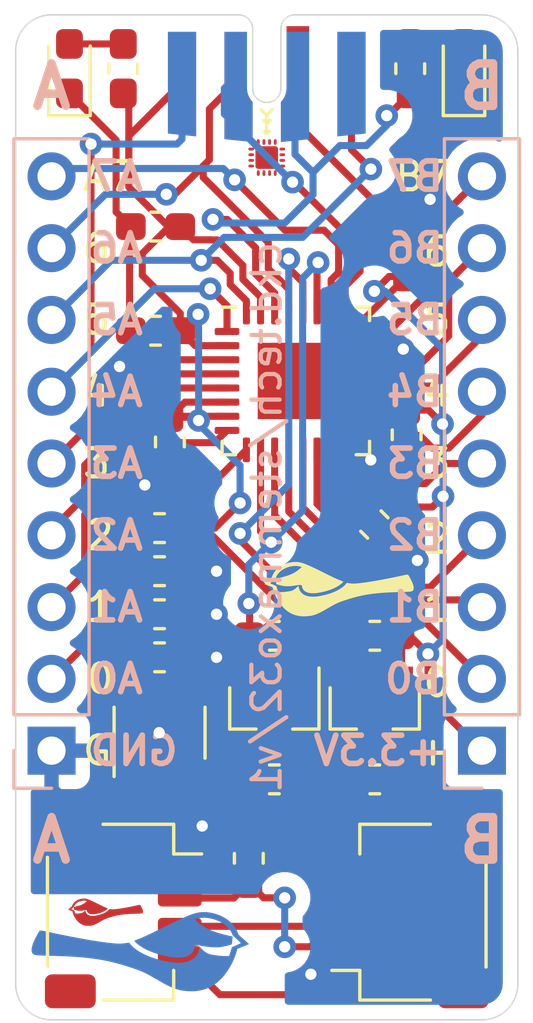
<source format=kicad_pcb>
(kicad_pcb (version 20171130) (host pcbnew 5.1.6)
  (layers (0 F.Cu signal) (31 B.Cu signal) (34 B.Paste user) (35 F.Paste user) (36 B.SilkS user) (37 F.SilkS user) (38 B.Mask user) (39 F.Mask user) (44 Edge.Cuts user))
  (net 0 "")
  (net 1 GND)
  (net 2 VBUS)
  (net 3 +3V3)
  (net 4 "Net-(C4-Pad1)")
  (net 5 "Net-(D1-Pad2)")
  (net 6 /SCL_BUS)
  (net 7 /SDA_BUS)
  (net 8 /SCL_3V)
  (net 9 /SDA_3V)
  (net 10 "Net-(U1-Pad4)")
  (net 11 /TDI)
  (net 12 /TCK)
  (net 13 /TMS)
  (net 14 /PROGRAM)
  (net 15 /TDO)
  (net 16 "Net-(J5-Pad8)")
  (net 17 /B6)
  (net 18 /B5)
  (net 19 /B4)
  (net 20 /B3)
  (net 21 /B2)
  (net 22 /B1)
  (net 23 /B0)
  (net 24 /A3)
  (net 25 /A2)
  (net 26 /A1)
  (net 27 /A0)
  (net 28 "Net-(D2-Pad2)")
  (net 29 /DONE)
  (net 30 /A7)
  (module chickadee:chickadee_3mm_fcu (layer B.Cu) (at 130.175 109.347 180)
    (fp_text reference G*** hide)
    (fp_text value "Chickadee 3mm" hide)
    (fp_poly (pts (xy -2.190577 1.394931) (xy -2.158906 1.394428) (xy -2.131275 1.393379) (xy -2.106176 1.39166) (xy -2.082107 1.389149) (xy -2.057561 1.385724) (xy -2.031033 1.38126) (xy -2.009069 1.377185) (xy -1.950214 1.364422) (xy -1.889117 1.348355) (xy -1.828664 1.329818) (xy -1.77174 1.309646) (xy -1.760361 1.305223) (xy -1.717183 1.28803) (xy -1.674808 1.270892) (xy -1.63285 1.25363) (xy -1.59092 1.236063) (xy -1.548631 1.218011) (xy -1.505596 1.199293) (xy -1.461427 1.179729) (xy -1.415735 1.159138) (xy -1.368134 1.137341) (xy -1.318236 1.114156) (xy -1.265653 1.089403) (xy -1.209997 1.062901) (xy -1.150882 1.034472) (xy -1.087918 1.003933) (xy -1.02072 0.971104) (xy -0.948898 0.935806) (xy -0.872065 0.897857) (xy -0.789834 0.857077) (xy -0.701817 0.813286) (xy -0.679097 0.801963) (xy -0.600817 0.763019) (xy -0.528298 0.72712) (xy -0.461051 0.694039) (xy -0.398585 0.663552) (xy -0.340411 0.635433) (xy -0.286038 0.609455) (xy -0.234976 0.585394) (xy -0.186735 0.563022) (xy -0.140825 0.542115) (xy -0.096756 0.522447) (xy -0.054038 0.503792) (xy -0.012181 0.485924) (xy 0.029306 0.468618) (xy 0.070912 0.451647) (xy 0.113128 0.434787) (xy 0.146403 0.421719) (xy 0.169926 0.412482) (xy 0.191319 0.403963) (xy 0.209688 0.396527) (xy 0.224143 0.39054) (xy 0.233791 0.386365) (xy 0.237732 0.384376) (xy 0.237199 0.380281) (xy 0.231987 0.372263) (xy 0.222739 0.361032) (xy 0.2101 0.347296) (xy 0.194712 0.331764) (xy 0.177219 0.315145) (xy 0.164178 0.303343) (xy 0.096199 0.247242) (xy 0.021764 0.193747) (xy -0.059006 0.142914) (xy -0.145989 0.0948) (xy -0.239062 0.049462) (xy -0.338103 0.006957) (xy -0.442991 -0.032658) (xy -0.553602 -0.069327) (xy -0.669815 -0.102992) (xy -0.756708 -0.125296) (xy -0.857303 -0.148538) (xy -0.952291 -0.167867) (xy -1.041919 -0.183303) (xy -1.126439 -0.194868) (xy -1.206099 -0.20258) (xy -1.281149 -0.206462) (xy -1.351837 -0.206535) (xy -1.418413 -0.202818) (xy -1.481126 -0.195332) (xy -1.518918 -0.18866) (xy -1.57955 -0.173748) (xy -1.634906 -0.154367) (xy -1.684914 -0.13059) (xy -1.729501 -0.102491) (xy -1.768596 -0.070142) (xy -1.802127 -0.033617) (xy -1.830021 0.007012) (xy -1.852205 0.051671) (xy -1.868608 0.100287) (xy -1.879158 0.152786) (xy -1.882097 0.17906) (xy -1.882915 0.190167) (xy -1.883851 0.198302) (xy -1.885889 0.204006) (xy -1.890009 0.207822) (xy -1.897194 0.21029) (xy -1.908425 0.211954) (xy -1.924685 0.213354) (xy -1.946955 0.215033) (xy -1.947333 0.215063) (xy -1.974885 0.21729) (xy -1.996056 0.219184) (xy -2.011509 0.220834) (xy -2.021906 0.222327) (xy -2.02791 0.223751) (xy -2.030183 0.225193) (xy -2.030082 0.226026) (xy -2.032027 0.227335) (xy -2.038861 0.22756) (xy -2.048532 0.226886) (xy -2.05899 0.225503) (xy -2.068183 0.223597) (xy -2.072569 0.222141) (xy -2.078077 0.220624) (xy -2.089384 0.218164) (xy -2.105331 0.214992) (xy -2.124759 0.211335) (xy -2.146511 0.207422) (xy -2.151944 0.206471) (xy -2.23343 0.192964) (xy -2.310846 0.181591) (xy -2.386734 0.172013) (xy -2.463633 0.163891) (xy -2.487083 0.161706) (xy -2.509513 0.160112) (xy -2.536719 0.158879) (xy -2.567348 0.158007) (xy -2.600049 0.157496) (xy -2.633471 0.157348) (xy -2.666262 0.157562) (xy -2.69707 0.158139) (xy -2.724545 0.15908) (xy -2.747334 0.160385) (xy -2.760486 0.161598) (xy -2.833314 0.171253) (xy -2.904171 0.18314) (xy -2.974932 0.197651) (xy -3.047473 0.215178) (xy -3.123669 0.23611) (xy -3.139143 0.240632) (xy -3.161757 0.247425) (xy -3.178423 0.252778) (xy -3.190018 0.257041) (xy -3.197422 0.260562) (xy -3.20151 0.263691) (xy -3.202943 0.266032) (xy -3.203909 0.271145) (xy -3.205491 0.282439) (xy -3.20759 0.299075) (xy -3.210105 0.320217) (xy -3.212937 0.345025) (xy -3.215987 0.372662) (xy -3.219082 0.401608) (xy -3.222679 0.435601) (xy -3.225565 0.463243) (xy -3.227688 0.485209) (xy -3.228999 0.50217) (xy -3.229447 0.514802) (xy -3.228982 0.523777) (xy -3.227553 0.52977) (xy -3.22511 0.533453) (xy -3.221603 0.535501) (xy -3.216982 0.536587) (xy -3.211195 0.537385) (xy -3.208909 0.537717) (xy -3.197663 0.539746) (xy -3.180611 0.543203) (xy -3.158807 0.547849) (xy -3.1333 0.553445) (xy -3.105142 0.559751) (xy -3.075385 0.566529) (xy -3.045079 0.573539) (xy -3.015275 0.580543) (xy -2.987025 0.5873) (xy -2.96138 0.593573) (xy -2.942167 0.598407) (xy -2.839538 0.625766) (xy -2.743547 0.653603) (xy -2.653787 0.682055) (xy -2.569847 0.711258) (xy -2.49132 0.74135) (xy -2.417797 0.772466) (xy -2.405944 0.777787) (xy -2.33527 0.81224) (xy -2.2633 0.851978) (xy -2.191754 0.895908) (xy -2.122352 0.942934) (xy -2.05681 0.991963) (xy -2.012597 1.028214) (xy -1.994935 1.043577) (xy -1.976602 1.059988) (xy -1.958316 1.076756) (xy -1.940794 1.09319) (xy -1.924751 1.108599) (xy -1.910905 1.122291) (xy -1.899973 1.133576) (xy -1.892671 1.141762) (xy -1.889717 1.146159) (xy -1.889781 1.146632) (xy -1.895886 1.149881) (xy -1.907863 1.154203) (xy -1.924653 1.159337) (xy -1.945199 1.16502) (xy -1.968444 1.170989) (xy -1.99333 1.176981) (xy -2.018801 1.182735) (xy -2.043799 1.187987) (xy -2.067268 1.192474) (xy -2.088148 1.195935) (xy -2.088444 1.195979) (xy -2.143487 1.202523) (xy -2.197821 1.205577) (xy -2.252961 1.205107) (xy -2.310419 1.201077) (xy -2.371711 1.193452) (xy -2.401539 1.188739) (xy -2.494796 1.17015) (xy -2.584229 1.146293) (xy -2.669623 1.117275) (xy -2.750766 1.083203) (xy -2.827443 1.044182) (xy -2.899442 1.000319) (xy -2.966549 0.95172) (xy -3.028551 0.898491) (xy -3.072051 0.855085) (xy -3.114426 0.806444) (xy -3.152464 0.755667) (xy -3.185507 0.70377) (xy -3.212895 0.65177) (xy -3.230344 0.610645) (xy -3.23532 0.598231) (xy -3.239944 0.588063) (xy -3.243211 0.582348) (xy -3.246468 0.579042) (xy -3.254369 0.57133) (xy -3.266439 0.559666) (xy -3.282207 0.544504) (xy -3.301199 0.526296) (xy -3.322943 0.505496) (xy -3.346966 0.482558) (xy -3.372795 0.457935) (xy -3.391958 0.439691) (xy -3.418659 0.414263) (xy -3.443792 0.390288) (xy -3.466896 0.368206) (xy -3.487514 0.34846) (xy -3.505187 0.331487) (xy -3.519455 0.31773) (xy -3.529861 0.307629) (xy -3.535945 0.301624) (xy -3.537393 0.300078) (xy -3.534428 0.298301) (xy -3.525616 0.293948) (xy -3.511564 0.287299) (xy -3.492877 0.278632) (xy -3.470164 0.268227) (xy -3.444028 0.256363) (xy -3.415077 0.243317) (xy -3.383917 0.22937) (xy -3.376532 0.226077) (xy -3.214874 0.154058) (xy -3.198019 0.093786) (xy -3.189906 0.065801) (xy -3.180059 0.033466) (xy -3.169084 -0.001347) (xy -3.157589 -0.036762) (xy -3.146183 -0.070907) (xy -3.135473 -0.101907) (xy -3.126489 -0.126757) (xy -3.121041 -0.140443) (xy -3.116521 -0.148917) (xy -3.111864 -0.153733) (xy -3.10617 -0.156392) (xy -3.098868 -0.157558) (xy -3.085547 -0.158496) (xy -3.06724 -0.159209) (xy -3.04498 -0.159697) (xy -3.019799 -0.159965) (xy -2.992731 -0.160013) (xy -2.964808 -0.159845) (xy -2.937063 -0.159461) (xy -2.910528 -0.158866) (xy -2.886237 -0.15806) (xy -2.865223 -0.157046) (xy -2.848681 -0.155841) (xy -2.685739 -0.138212) (xy -2.585861 -0.124838) (xy -2.543141 -0.1184) (xy -2.506322 -0.1121) (xy -2.474266 -0.105624) (xy -2.445833 -0.098661) (xy -2.419884 -0.090899) (xy -2.395279 -0.082025) (xy -2.370878 -0.071727) (xy -2.345543 -0.059694) (xy -2.342444 -0.058147) (xy -2.286885 -0.026813) (xy -2.232336 0.010789) (xy -2.179767 0.053872) (xy -2.130148 0.101647) (xy -2.089686 0.146958) (xy -2.071653 0.168681) (xy -2.069252 0.143431) (xy -2.062225 0.096009) (xy -2.050319 0.046832) (xy -2.034198 -0.002224) (xy -2.014523 -0.049282) (xy -1.991958 -0.092463) (xy -1.978281 -0.114289) (xy -1.94066 -0.164006) (xy -1.897859 -0.209003) (xy -1.849963 -0.249251) (xy -1.797063 -0.284723) (xy -1.739243 -0.315389) (xy -1.676594 -0.341223) (xy -1.609201 -0.362197) (xy -1.537152 -0.378282) (xy -1.460535 -0.389451) (xy -1.379438 -0.395676) (xy -1.293947 -0.396929) (xy -1.204152 -0.393182) (xy -1.125361 -0.386139) (xy -1.052218 -0.376822) (xy -0.974125 -0.364509) (xy -0.892379 -0.349481) (xy -0.808276 -0.332024) (xy -0.723113 -0.312418) (xy -0.638187 -0.290949) (xy -0.554795 -0.267899) (xy -0.478014 -0.244745) (xy -0.38054 -0.212112) (xy -0.286214 -0.17667) (xy -0.195387 -0.138629) (xy -0.108408 -0.098203) (xy -0.025628 -0.0556) (xy 0.052604 -0.011034) (xy 0.125937 0.035286) (xy 0.194021 0.083147) (xy 0.256506 0.132339) (xy 0.313041 0.18265) (xy 0.363278 0.233869) (xy 0.406865 0.285785) (xy 0.411516 0.291897) (xy 0.421132 0.304324) (xy 0.427892 0.311896) (xy 0.432929 0.315578) (xy 0.437377 0.316336) (xy 0.439726 0.315921) (xy 0.459163 0.311612) (xy 0.48424 0.30693) (xy 0.513568 0.302078) (xy 0.545757 0.297263) (xy 0.579415 0.292687) (xy 0.613152 0.288557) (xy 0.645578 0.285077) (xy 0.656167 0.284068) (xy 0.687905 0.281538) (xy 0.719888 0.279816) (xy 0.752791 0.278933) (xy 0.78729 0.27892) (xy 0.82406 0.279806) (xy 0.863775 0.281623) (xy 0.907113 0.284401) (xy 0.954746 0.288171) (xy 1.007352 0.292963) (xy 1.065605 0.298808) (xy 1.127125 0.3054) (xy 1.216165 0.315763) (xy 1.311639 0.327982) (xy 1.413193 0.341993) (xy 1.520469 0.357731) (xy 1.633115 0.375132) (xy 1.750774 0.394133) (xy 1.873091 0.414668) (xy 1.999712 0.436674) (xy 2.13028 0.460086) (xy 2.264441 0.48484) (xy 2.40184 0.510872) (xy 2.542121 0.538118) (xy 2.68493 0.566514) (xy 2.829911 0.595994) (xy 2.976709 0.626495) (xy 3.124969 0.657954) (xy 3.274335 0.690304) (xy 3.361972 0.709592) (xy 3.406466 0.719446) (xy 3.444684 0.727733) (xy 3.477258 0.73432) (xy 3.504823 0.739072) (xy 3.528011 0.741854) (xy 3.547455 0.742532) (xy 3.563788 0.740972) (xy 3.577642 0.737038) (xy 3.589652 0.730596) (xy 3.600449 0.721512) (xy 3.610667 0.709652) (xy 3.620938 0.69488) (xy 3.631896 0.677062) (xy 3.644174 0.656064) (xy 3.648453 0.648705) (xy 3.685722 0.582928) (xy 3.720654 0.517678) (xy 3.752855 0.453786) (xy 3.781929 0.392085) (xy 3.807481 0.333406) (xy 3.829117 0.278581) (xy 3.842982 0.239141) (xy 3.858442 0.186728) (xy 3.869158 0.137816) (xy 3.875158 0.092633) (xy 3.876469 0.051406) (xy 3.873119 0.014365) (xy 3.865134 -0.018262) (xy 3.852543 -0.046247) (xy 3.835372 -0.069362) (xy 3.813649 -0.087378) (xy 3.803124 -0.093395) (xy 3.792991 -0.098154) (xy 3.781941 -0.102524) (xy 3.769615 -0.106533) (xy 3.755657 -0.110209) (xy 3.739709 -0.113581) (xy 3.721413 -0.116677) (xy 3.700414 -0.119524) (xy 3.676352 -0.122152) (xy 3.648872 -0.124587) (xy 3.617615 -0.126859) (xy 3.582225 -0.128995) (xy 3.542343 -0.131023) (xy 3.497613 -0.132973) (xy 3.447677 -0.134871) (xy 3.392178 -0.136746) (xy 3.330759 -0.138626) (xy 3.263062 -0.14054) (xy 3.188731 -0.142515) (xy 3.175 -0.142869) (xy 3.052923 -0.146207) (xy 2.937344 -0.149786) (xy 2.827707 -0.153639) (xy 2.723456 -0.157794) (xy 2.624037 -0.162284) (xy 2.528895 -0.167138) (xy 2.437474 -0.172388) (xy 2.349219 -0.178064) (xy 2.263574 -0.184196) (xy 2.179985 -0.190816) (xy 2.097897 -0.197954) (xy 2.016754 -0.20564) (xy 1.989667 -0.208345) (xy 1.860967 -0.222177) (xy 1.736502 -0.237273) (xy 1.615523 -0.253805) (xy 1.497281 -0.271941) (xy 1.381028 -0.291851) (xy 1.266016 -0.313705) (xy 1.151496 -0.337671) (xy 1.036721 -0.36392) (xy 0.920941 -0.39262) (xy 0.803408 -0.423942) (xy 0.683373 -0.458054) (xy 0.56009 -0.495127) (xy 0.432808 -0.535329) (xy 0.30078 -0.57883) (xy 0.195792 -0.614551) (xy 0.145932 -0.632059) (xy 0.0984 -0.649485) (xy 0.052527 -0.66715) (xy 0.007643 -0.685374) (xy -0.03692 -0.704476) (xy -0.081833 -0.724779) (xy -0.127765 -0.746601) (xy -0.175385 -0.770263) (xy -0.225363 -0.796085) (xy -0.278367 -0.824388) (xy -0.335068 -0.855492) (xy -0.396135 -0.889717) (xy -0.462237 -0.927384) (xy -0.483306 -0.939493) (xy -0.541927 -0.973223) (xy -0.594898 -1.003651) (xy -0.642666 -1.031025) (xy -0.685679 -1.055591) (xy -0.724384 -1.077596) (xy -0.759229 -1.097287) (xy -0.790662 -1.11491) (xy -0.81913 -1.130714) (xy -0.845081 -1.144944) (xy -0.868963 -1.157848) (xy -0.891223 -1.169672) (xy -0.912308 -1.180664) (xy -0.932668 -1.19107) (xy -0.952748 -1.201138) (xy -0.972997 -1.211113) (xy -0.993862 -1.221244) (xy -0.995694 -1.222128) (xy -1.063133 -1.253565) (xy -1.12675 -1.280819) (xy -1.187918 -1.304282) (xy -1.248008 -1.324345) (xy -1.308391 -1.341402) (xy -1.37044 -1.355844) (xy -1.435526 -1.368064) (xy -1.505022 -1.378454) (xy -1.569861 -1.386279) (xy -1.610848 -1.390039) (xy -1.656794 -1.392999) (xy -1.705642 -1.395105) (xy -1.755337 -1.396301) (xy -1.803821 -1.396532) (xy -1.849038 -1.395744) (xy -1.878542 -1.394508) (xy -1.958088 -1.387865) (xy -2.038544 -1.376743) (xy -2.118722 -1.361443) (xy -2.197433 -1.342263) (xy -2.273489 -1.319501) (xy -2.345702 -1.293456) (xy -2.412884 -1.264427) (xy -2.430992 -1.255625) (xy -2.511972 -1.211372) (xy -2.591194 -1.160408) (xy -2.668518 -1.102893) (xy -2.743805 -1.038983) (xy -2.816914 -0.968836) (xy -2.887705 -0.89261) (xy -2.95604 -0.810463) (xy -3.021777 -0.722552) (xy -3.084778 -0.629036) (xy -3.144903 -0.53007) (xy -3.202011 -0.425814) (xy -3.247103 -0.335201) (xy -3.265441 -0.295287) (xy -3.283063 -0.253922) (xy -3.300474 -0.209814) (xy -3.318181 -0.161672) (xy -3.33669 -0.108204) (xy -3.341035 -0.09525) (xy -3.348704 -0.071804) (xy -3.356807 -0.046214) (xy -3.364992 -0.019673) (xy -3.372907 0.006627) (xy -3.380199 0.031492) (xy -3.386515 0.053731) (xy -3.391504 0.072152) (xy -3.394813 0.08556) (xy -3.395622 0.089442) (xy -3.397791 0.101004) (xy -3.602405 0.183572) (xy -3.638385 0.198117) (xy -3.672393 0.211915) (xy -3.703868 0.224734) (xy -3.732252 0.236346) (xy -3.756986 0.24652) (xy -3.77751 0.255026) (xy -3.793266 0.261633) (xy -3.803693 0.266111) (xy -3.808232 0.268231) (xy -3.808381 0.268344) (xy -3.80604 0.270994) (xy -3.798838 0.27795) (xy -3.787188 0.288837) (xy -3.771505 0.303276) (xy -3.752203 0.320892) (xy -3.729696 0.341306) (xy -3.704399 0.364141) (xy -3.676726 0.389021) (xy -3.647091 0.415568) (xy -3.621714 0.438231) (xy -3.585698 0.47036) (xy -3.554584 0.498154) (xy -3.528002 0.521967) (xy -3.505585 0.542152) (xy -3.486962 0.559065) (xy -3.471765 0.573058) (xy -3.459624 0.584487) (xy -3.45017 0.593706) (xy -3.443035 0.601069) (xy -3.437848 0.606929) (xy -3.434241 0.611642) (xy -3.431844 0.615561) (xy -3.430288 0.619041) (xy -3.429205 0.622435) (xy -3.429021 0.623103) (xy -3.422612 0.643652) (xy -3.41351 0.668602) (xy -3.40244 0.696184) (xy -3.390126 0.724625) (xy -3.377295 0.752157) (xy -3.3707 0.765446) (xy -3.338251 0.823655) (xy -3.301023 0.87978) (xy -3.258334 0.934751) (xy -3.209501 0.989498) (xy -3.196358 1.003151) (xy -3.140849 1.05669) (xy -3.083569 1.105173) (xy -3.023315 1.149469) (xy -2.958883 1.190443) (xy -2.889069 1.228963) (xy -2.868083 1.23958) (xy -2.800029 1.271452) (xy -2.732015 1.299287) (xy -2.662813 1.323459) (xy -2.591193 1.344341) (xy -2.515928 1.362308) (xy -2.435788 1.377732) (xy -2.38932 1.385248) (xy -2.369484 1.388168) (xy -2.352156 1.390434) (xy -2.335939 1.39213) (xy -2.319438 1.393341) (xy -2.301258 1.394152) (xy -2.280002 1.394645) (xy -2.254276 1.394906) (xy -2.227792 1.395009) (xy -2.190577 1.394931)) (layer B.Cu) (width 0.01))
  )
  (module chickadee:chickadee_1mm_fcu (layer F.Cu) (at 140.97 107.95)
    (fp_text reference G*** hide)
    (fp_text value LOGO hide)
    (fp_poly (pts (xy -0.751055 -0.478262) (xy -0.740197 -0.47809) (xy -0.730723 -0.47773) (xy -0.722118 -0.477141) (xy -0.713865 -0.47628) (xy -0.70545 -0.475105) (xy -0.696354 -0.473575) (xy -0.688824 -0.472178) (xy -0.668645 -0.467802) (xy -0.647697 -0.462293) (xy -0.626971 -0.455938) (xy -0.607454 -0.449022) (xy -0.603553 -0.447505) (xy -0.588749 -0.44161) (xy -0.57422 -0.435735) (xy -0.559834 -0.429816) (xy -0.545459 -0.423793) (xy -0.53096 -0.417604) (xy -0.516205 -0.411186) (xy -0.501061 -0.404479) (xy -0.485395 -0.397419) (xy -0.469075 -0.389946) (xy -0.451967 -0.381996) (xy -0.433938 -0.37351) (xy -0.414856 -0.364424) (xy -0.394588 -0.354676) (xy -0.373001 -0.344206) (xy -0.349961 -0.33295) (xy -0.325337 -0.320848) (xy -0.298994 -0.307837) (xy -0.270801 -0.293855) (xy -0.240623 -0.278841) (xy -0.232834 -0.274959) (xy -0.20683 -0.262019) (xy -0.1828 -0.250113) (xy -0.160573 -0.239163) (xy -0.139975 -0.229088) (xy -0.120835 -0.219809) (xy -0.102979 -0.211246) (xy -0.086235 -0.20332) (xy -0.07043 -0.195951) (xy -0.055393 -0.189059) (xy -0.040951 -0.182566) (xy -0.02693 -0.17639) (xy -0.013159 -0.170453) (xy 0.000534 -0.164675) (xy 0.014324 -0.158976) (xy 0.02838 -0.153277) (xy 0.042878 -0.147498) (xy 0.045892 -0.146307) (xy 0.05462 -0.14283) (xy 0.062601 -0.139584) (xy 0.06956 -0.136687) (xy 0.075225 -0.134254) (xy 0.079322 -0.132403) (xy 0.081579 -0.131249) (xy 0.081934 -0.130963) (xy 0.081281 -0.129584) (xy 0.07909 -0.126875) (xy 0.075635 -0.123103) (xy 0.071192 -0.118538) (xy 0.066037 -0.113451) (xy 0.060445 -0.108109) (xy 0.05469 -0.102784) (xy 0.049048 -0.097743) (xy 0.043794 -0.093257) (xy 0.041602 -0.091469) (xy 0.016105 -0.072406) (xy -0.011573 -0.054311) (xy -0.041388 -0.037201) (xy -0.073297 -0.021095) (xy -0.107257 -0.006011) (xy -0.143223 0.008033) (xy -0.181152 0.02102) (xy -0.221001 0.032931) (xy -0.262726 0.043748) (xy -0.306283 0.053453) (xy -0.313267 0.054872) (xy -0.343166 0.060463) (xy -0.371156 0.064855) (xy -0.397423 0.068061) (xy -0.422151 0.070093) (xy -0.445525 0.070965) (xy -0.467729 0.070691) (xy -0.488949 0.069283) (xy -0.498813 0.068212) (xy -0.521261 0.064581) (xy -0.541954 0.059417) (xy -0.560863 0.052737) (xy -0.577961 0.044558) (xy -0.593218 0.034896) (xy -0.606606 0.023767) (xy -0.618098 0.011189) (xy -0.627664 -0.002822) (xy -0.63124 -0.009407) (xy -0.635566 -0.018965) (xy -0.639065 -0.029004) (xy -0.641871 -0.040027) (xy -0.644115 -0.052536) (xy -0.645611 -0.064095) (xy -0.646492 -0.071948) (xy -0.670077 -0.074004) (xy -0.677448 -0.074643) (xy -0.684042 -0.075209) (xy -0.689461 -0.075667) (xy -0.693306 -0.075984) (xy -0.695181 -0.076127) (xy -0.695245 -0.07613) (xy -0.696266 -0.076844) (xy -0.696114 -0.077357) (xy -0.696736 -0.077875) (xy -0.699043 -0.078007) (xy -0.70234 -0.077811) (xy -0.705932 -0.077344) (xy -0.709125 -0.076664) (xy -0.710595 -0.076163) (xy -0.712484 -0.075643) (xy -0.71636 -0.074799) (xy -0.721828 -0.073712) (xy -0.728489 -0.072458) (xy -0.735947 -0.071116) (xy -0.73781 -0.07079) (xy -0.765748 -0.066159) (xy -0.79229 -0.06226) (xy -0.818309 -0.058976) (xy -0.844674 -0.056191) (xy -0.852715 -0.055442) (xy -0.860405 -0.054896) (xy -0.869732 -0.054473) (xy -0.880234 -0.054174) (xy -0.891446 -0.053999) (xy -0.902904 -0.053948) (xy -0.914147 -0.054021) (xy -0.92471 -0.054219) (xy -0.93413 -0.054542) (xy -0.941943 -0.054989) (xy -0.946453 -0.055405) (xy -0.971422 -0.058715) (xy -0.995716 -0.062791) (xy -1.019977 -0.067766) (xy -1.044848 -0.073775) (xy -1.070973 -0.080952) (xy -1.076278 -0.082502) (xy -1.084026 -0.08483) (xy -1.089736 -0.086663) (xy -1.093707 -0.088122) (xy -1.096243 -0.089327) (xy -1.097643 -0.090398) (xy -1.098139 -0.091211) (xy -1.098467 -0.092964) (xy -1.099006 -0.096836) (xy -1.099722 -0.10254) (xy -1.10058 -0.109789) (xy -1.101547 -0.118296) (xy -1.102589 -0.127772) (xy -1.103648 -0.137709) (xy -1.10488 -0.149597) (xy -1.105842 -0.159286) (xy -1.10655 -0.166979) (xy -1.107016 -0.172878) (xy -1.107256 -0.177189) (xy -1.107282 -0.180112) (xy -1.107109 -0.181853) (xy -1.10675 -0.182614) (xy -1.106718 -0.182636) (xy -1.104591 -0.183421) (xy -1.101215 -0.184189) (xy -1.100198 -0.18436) (xy -1.096342 -0.185056) (xy -1.090496 -0.186241) (xy -1.08302 -0.187834) (xy -1.074275 -0.189753) (xy -1.06462 -0.191915) (xy -1.054418 -0.194239) (xy -1.044027 -0.196642) (xy -1.033809 -0.199043) (xy -1.024123 -0.20136) (xy -1.015331 -0.203511) (xy -1.008743 -0.205168) (xy -0.973556 -0.214549) (xy -0.940645 -0.224093) (xy -0.90987 -0.233848) (xy -0.881091 -0.24386) (xy -0.854167 -0.254177) (xy -0.828959 -0.264846) (xy -0.824895 -0.26667) (xy -0.800664 -0.278482) (xy -0.775989 -0.292107) (xy -0.751459 -0.307169) (xy -0.727664 -0.323292) (xy -0.705192 -0.340102) (xy -0.690034 -0.352531) (xy -0.683978 -0.357798) (xy -0.677692 -0.363425) (xy -0.671423 -0.369174) (xy -0.665415 -0.374808) (xy -0.659915 -0.380091) (xy -0.655168 -0.384786) (xy -0.65142 -0.388655) (xy -0.648916 -0.391462) (xy -0.647903 -0.392969) (xy -0.647925 -0.393131) (xy -0.649695 -0.394005) (xy -0.653455 -0.395334) (xy -0.65884 -0.397014) (xy -0.665488 -0.398936) (xy -0.673035 -0.400993) (xy -0.681118 -0.403078) (xy -0.684591 -0.403938) (xy -0.708558 -0.408878) (xy -0.732627 -0.411967) (xy -0.757032 -0.4132) (xy -0.782007 -0.41257) (xy -0.807787 -0.410072) (xy -0.834605 -0.405698) (xy -0.862698 -0.399443) (xy -0.863366 -0.399276) (xy -0.891925 -0.391136) (xy -0.919308 -0.38139) (xy -0.945414 -0.370115) (xy -0.970139 -0.35739) (xy -0.993384 -0.343295) (xy -1.015047 -0.327907) (xy -1.035025 -0.311306) (xy -1.053219 -0.293571) (xy -1.069526 -0.27478) (xy -1.083845 -0.255012) (xy -1.096074 -0.234346) (xy -1.106113 -0.21286) (xy -1.107314 -0.209852) (xy -1.111098 -0.200176) (xy -1.161823 -0.151899) (xy -1.171085 -0.143077) (xy -1.17981 -0.134752) (xy -1.187845 -0.127072) (xy -1.195032 -0.120187) (xy -1.201217 -0.114246) (xy -1.206244 -0.109399) (xy -1.209958 -0.105796) (xy -1.212202 -0.103584) (xy -1.212838 -0.102913) (xy -1.211825 -0.102298) (xy -1.208807 -0.1008) (xy -1.203992 -0.098515) (xy -1.197588 -0.095538) (xy -1.189803 -0.091966) (xy -1.180843 -0.087894) (xy -1.170918 -0.083418) (xy -1.160235 -0.078633) (xy -1.15768 -0.077494) (xy -1.102232 -0.052782) (xy -1.096459 -0.032136) (xy -1.09368 -0.02255) (xy -1.090305 -0.011471) (xy -1.086544 0.000459) (xy -1.082605 0.012597) (xy -1.078695 0.024301) (xy -1.075024 0.034927) (xy -1.071939 0.043459) (xy -1.070071 0.048152) (xy -1.068522 0.051057) (xy -1.066925 0.052708) (xy -1.064973 0.05362) (xy -1.062469 0.05402) (xy -1.057902 0.054341) (xy -1.051625 0.054586) (xy -1.043993 0.054753) (xy -1.03536 0.054845) (xy -1.026079 0.054862) (xy -1.016506 0.054804) (xy -1.006993 0.054672) (xy -0.997896 0.054468) (xy -0.989567 0.054192) (xy -0.982362 0.053844) (xy -0.976691 0.053431) (xy -0.920825 0.047387) (xy -0.886581 0.042801) (xy -0.871934 0.040594) (xy -0.859311 0.038434) (xy -0.84832 0.036214) (xy -0.838572 0.033826) (xy -0.829675 0.031165) (xy -0.821239 0.028123) (xy -0.812873 0.024592) (xy -0.804186 0.020466) (xy -0.803124 0.019936) (xy -0.783962 0.009126) (xy -0.765171 -0.003847) (xy -0.747066 -0.018724) (xy -0.729964 -0.035249) (xy -0.716319 -0.05056) (xy -0.709991 -0.058183) (xy -0.709991 -0.054007) (xy -0.709644 -0.048906) (xy -0.708688 -0.0421) (xy -0.707244 -0.034188) (xy -0.705437 -0.025769) (xy -0.703389 -0.017443) (xy -0.701225 -0.00981) (xy -0.700298 -0.006914) (xy -0.692278 0.013452) (xy -0.682339 0.032358) (xy -0.670511 0.049779) (xy -0.656825 0.065687) (xy -0.64131 0.080055) (xy -0.623997 0.092858) (xy -0.604916 0.104068) (xy -0.584098 0.113659) (xy -0.561572 0.121604) (xy -0.551543 0.124461) (xy -0.53363 0.128669) (xy -0.515193 0.13186) (xy -0.495797 0.134083) (xy -0.475006 0.135387) (xy -0.452386 0.135823) (xy -0.451757 0.135823) (xy -0.434211 0.135614) (xy -0.417169 0.134964) (xy -0.400234 0.133829) (xy -0.383009 0.132163) (xy -0.365099 0.129922) (xy -0.346105 0.127063) (xy -0.325633 0.12354) (xy -0.303284 0.119309) (xy -0.301776 0.119012) (xy -0.259453 0.109967) (xy -0.218482 0.099807) (xy -0.178944 0.088571) (xy -0.140924 0.076295) (xy -0.104503 0.063018) (xy -0.069763 0.048776) (xy -0.036788 0.033608) (xy -0.00566 0.01755) (xy 0.023538 0.000641) (xy 0.050725 -0.017083) (xy 0.075816 -0.035584) (xy 0.098731 -0.054824) (xy 0.114905 -0.070184) (xy 0.120437 -0.075893) (xy 0.126094 -0.081986) (xy 0.131319 -0.087845) (xy 0.135552 -0.092853) (xy 0.136676 -0.094266) (xy 0.140136 -0.098703) (xy 0.143204 -0.102623) (xy 0.145471 -0.105506) (xy 0.146352 -0.106613) (xy 0.147293 -0.107626) (xy 0.148435 -0.108157) (xy 0.150288 -0.108205) (xy 0.153363 -0.107765) (xy 0.158172 -0.106836) (xy 0.159657 -0.106536) (xy 0.195236 -0.100557) (xy 0.231034 -0.096975) (xy 0.267112 -0.095784) (xy 0.303528 -0.096983) (xy 0.309033 -0.097369) (xy 0.33794 -0.099793) (xy 0.369079 -0.10289) (xy 0.402365 -0.106645) (xy 0.43771 -0.111044) (xy 0.475028 -0.116071) (xy 0.514232 -0.121712) (xy 0.555236 -0.127952) (xy 0.597954 -0.134775) (xy 0.642299 -0.142167) (xy 0.688184 -0.150112) (xy 0.735522 -0.158596) (xy 0.784229 -0.167604) (xy 0.834216 -0.177121) (xy 0.885397 -0.187132) (xy 0.937686 -0.197621) (xy 0.990997 -0.208574) (xy 1.045242 -0.219976) (xy 1.100336 -0.231812) (xy 1.152676 -0.243289) (xy 1.167931 -0.246667) (xy 1.181034 -0.249509) (xy 1.192203 -0.251767) (xy 1.201653 -0.253396) (xy 1.209604 -0.25435) (xy 1.21627 -0.254583) (xy 1.22187 -0.254048) (xy 1.22662 -0.252699) (xy 1.230737 -0.25049) (xy 1.234439 -0.247376) (xy 1.237943 -0.243309) (xy 1.241464 -0.238245) (xy 1.245221 -0.232136) (xy 1.249431 -0.224936) (xy 1.250898 -0.222413) (xy 1.263676 -0.199861) (xy 1.275653 -0.17749) (xy 1.286693 -0.155584) (xy 1.296661 -0.134429) (xy 1.305422 -0.114311) (xy 1.31284 -0.095514) (xy 1.317593 -0.081991) (xy 1.322894 -0.064021) (xy 1.326568 -0.047251) (xy 1.328625 -0.03176) (xy 1.329075 -0.017625) (xy 1.327926 -0.004925) (xy 1.325189 0.006261) (xy 1.320872 0.015856) (xy 1.314984 0.023781) (xy 1.307537 0.029958) (xy 1.303928 0.032021) (xy 1.300454 0.033653) (xy 1.296665 0.035151) (xy 1.292439 0.036525) (xy 1.287653 0.037786) (xy 1.282186 0.038942) (xy 1.275913 0.040003) (xy 1.268713 0.04098) (xy 1.260463 0.04188) (xy 1.251042 0.042715) (xy 1.240325 0.043494) (xy 1.228191 0.044227) (xy 1.214517 0.044922) (xy 1.199181 0.04559) (xy 1.18206 0.046241) (xy 1.163032 0.046884) (xy 1.141974 0.047529) (xy 1.118764 0.048185) (xy 1.093279 0.048862) (xy 1.088571 0.048983) (xy 1.046716 0.050128) (xy 1.007089 0.051355) (xy 0.969499 0.052676) (xy 0.933756 0.054101) (xy 0.89967 0.05564) (xy 0.867049 0.057304) (xy 0.835705 0.059104) (xy 0.805446 0.06105) (xy 0.776082 0.063153) (xy 0.747423 0.065423) (xy 0.719279 0.06787) (xy 0.691458 0.070505) (xy 0.682171 0.071433) (xy 0.638046 0.076175) (xy 0.595372 0.081351) (xy 0.553893 0.087019) (xy 0.513353 0.093237) (xy 0.473495 0.100063) (xy 0.434062 0.107556) (xy 0.394799 0.115773) (xy 0.355447 0.124772) (xy 0.315751 0.134612) (xy 0.275454 0.145351) (xy 0.234299 0.157047) (xy 0.192031 0.169758) (xy 0.148391 0.183541) (xy 0.103124 0.198456) (xy 0.067128 0.210703) (xy 0.050033 0.216706) (xy 0.033737 0.22268) (xy 0.018009 0.228737) (xy 0.00262 0.234985) (xy -0.012659 0.241535) (xy -0.028057 0.248495) (xy -0.043805 0.255977) (xy -0.060132 0.26409) (xy -0.077267 0.272943) (xy -0.09544 0.282647) (xy -0.114881 0.293311) (xy -0.135818 0.305046) (xy -0.158481 0.31796) (xy -0.165705 0.322112) (xy -0.185804 0.333676) (xy -0.203965 0.344109) (xy -0.220343 0.353494) (xy -0.23509 0.361917) (xy -0.248361 0.369461) (xy -0.260307 0.376212) (xy -0.271084 0.382255) (xy -0.280845 0.387673) (xy -0.289742 0.392552) (xy -0.29793 0.396976) (xy -0.305562 0.40103) (xy -0.312792 0.404799) (xy -0.319772 0.408367) (xy -0.326657 0.411818) (xy -0.333599 0.415239) (xy -0.340753 0.418712) (xy -0.341381 0.419015) (xy -0.364503 0.429794) (xy -0.386315 0.439138) (xy -0.407286 0.447182) (xy -0.427889 0.454061) (xy -0.448591 0.459909) (xy -0.469865 0.464861) (xy -0.492181 0.46905) (xy -0.516008 0.472613) (xy -0.538238 0.475296) (xy -0.552291 0.476585) (xy -0.568044 0.4776) (xy -0.584792 0.478321) (xy -0.60183 0.478731) (xy -0.618453 0.478811) (xy -0.633956 0.478541) (xy -0.644072 0.478117) (xy -0.671345 0.475839) (xy -0.69893 0.472026) (xy -0.726419 0.46678) (xy -0.753406 0.460204) (xy -0.779482 0.4524) (xy -0.804241 0.44347) (xy -0.827275 0.433518) (xy -0.833483 0.4305) (xy -0.861248 0.415327) (xy -0.88841 0.397854) (xy -0.914921 0.378135) (xy -0.940733 0.356223) (xy -0.965799 0.332172) (xy -0.990071 0.306038) (xy -1.0135 0.277873) (xy -1.036038 0.247732) (xy -1.057639 0.215669) (xy -1.078253 0.181738) (xy -1.097833 0.145993) (xy -1.113293 0.114926) (xy -1.11958 0.101241) (xy -1.125622 0.087059) (xy -1.131591 0.071936) (xy -1.137662 0.05543) (xy -1.144008 0.037098) (xy -1.145498 0.032657) (xy -1.148127 0.024618) (xy -1.150906 0.015845) (xy -1.153712 0.006745) (xy -1.156426 -0.002272) (xy -1.158926 -0.010798) (xy -1.161091 -0.018422) (xy -1.162802 -0.024738) (xy -1.163936 -0.029335) (xy -1.164214 -0.030666) (xy -1.164957 -0.03463) (xy -1.235111 -0.062939) (xy -1.247447 -0.067926) (xy -1.259106 -0.072657) (xy -1.269898 -0.077052) (xy -1.27963 -0.081033) (xy -1.28811 -0.084521) (xy -1.295147 -0.087438) (xy -1.300548 -0.089703) (xy -1.304123 -0.091238) (xy -1.30568 -0.091965) (xy -1.305731 -0.092004) (xy -1.304928 -0.092912) (xy -1.302459 -0.095297) (xy -1.298465 -0.09903) (xy -1.293088 -0.103981) (xy -1.28647 -0.11002) (xy -1.278753 -0.117019) (xy -1.27008 -0.124849) (xy -1.260592 -0.133379) (xy -1.250432 -0.142481) (xy -1.241731 -0.150251) (xy -1.229382 -0.161267) (xy -1.218715 -0.170796) (xy -1.209601 -0.17896) (xy -1.201915 -0.185881) (xy -1.19553 -0.191679) (xy -1.19032 -0.196477) (xy -1.186157 -0.200396) (xy -1.182916 -0.203557) (xy -1.180469 -0.206081) (xy -1.178691 -0.20809) (xy -1.177454 -0.209706) (xy -1.176632 -0.21105) (xy -1.176099 -0.212243) (xy -1.175728 -0.213407) (xy -1.175665 -0.213635) (xy -1.173467 -0.220681) (xy -1.170347 -0.229235) (xy -1.166551 -0.238692) (xy -1.162329 -0.248443) (xy -1.15793 -0.257883) (xy -1.155669 -0.262439) (xy -1.144544 -0.282396) (xy -1.13178 -0.301639) (xy -1.117143 -0.320486) (xy -1.100401 -0.339256) (xy -1.095894 -0.343938) (xy -1.076863 -0.362294) (xy -1.057224 -0.378917) (xy -1.036565 -0.394104) (xy -1.014474 -0.408152) (xy -0.990538 -0.421359) (xy -0.983343 -0.424999) (xy -0.96001 -0.435927) (xy -0.936691 -0.44547) (xy -0.912965 -0.453758) (xy -0.888409 -0.460917) (xy -0.862604 -0.467077) (xy -0.835128 -0.472366) (xy -0.819196 -0.474942) (xy -0.812395 -0.475943) (xy -0.806454 -0.47672) (xy -0.800894 -0.477302) (xy -0.795236 -0.477717) (xy -0.789003 -0.477995) (xy -0.781715 -0.478164) (xy -0.772895 -0.478254) (xy -0.763815 -0.478289) (xy -0.751055 -0.478262)) (layer F.Cu) (width 0.01))
  )
  (module chickadee:chickadee_1mm_fcu (layer F.Cu) (at 128.905 107.95)
    (fp_text reference G*** hide)
    (fp_text value LOGO hide)
    (fp_poly (pts (xy -0.751055 -0.478262) (xy -0.740197 -0.47809) (xy -0.730723 -0.47773) (xy -0.722118 -0.477141) (xy -0.713865 -0.47628) (xy -0.70545 -0.475105) (xy -0.696354 -0.473575) (xy -0.688824 -0.472178) (xy -0.668645 -0.467802) (xy -0.647697 -0.462293) (xy -0.626971 -0.455938) (xy -0.607454 -0.449022) (xy -0.603553 -0.447505) (xy -0.588749 -0.44161) (xy -0.57422 -0.435735) (xy -0.559834 -0.429816) (xy -0.545459 -0.423793) (xy -0.53096 -0.417604) (xy -0.516205 -0.411186) (xy -0.501061 -0.404479) (xy -0.485395 -0.397419) (xy -0.469075 -0.389946) (xy -0.451967 -0.381996) (xy -0.433938 -0.37351) (xy -0.414856 -0.364424) (xy -0.394588 -0.354676) (xy -0.373001 -0.344206) (xy -0.349961 -0.33295) (xy -0.325337 -0.320848) (xy -0.298994 -0.307837) (xy -0.270801 -0.293855) (xy -0.240623 -0.278841) (xy -0.232834 -0.274959) (xy -0.20683 -0.262019) (xy -0.1828 -0.250113) (xy -0.160573 -0.239163) (xy -0.139975 -0.229088) (xy -0.120835 -0.219809) (xy -0.102979 -0.211246) (xy -0.086235 -0.20332) (xy -0.07043 -0.195951) (xy -0.055393 -0.189059) (xy -0.040951 -0.182566) (xy -0.02693 -0.17639) (xy -0.013159 -0.170453) (xy 0.000534 -0.164675) (xy 0.014324 -0.158976) (xy 0.02838 -0.153277) (xy 0.042878 -0.147498) (xy 0.045892 -0.146307) (xy 0.05462 -0.14283) (xy 0.062601 -0.139584) (xy 0.06956 -0.136687) (xy 0.075225 -0.134254) (xy 0.079322 -0.132403) (xy 0.081579 -0.131249) (xy 0.081934 -0.130963) (xy 0.081281 -0.129584) (xy 0.07909 -0.126875) (xy 0.075635 -0.123103) (xy 0.071192 -0.118538) (xy 0.066037 -0.113451) (xy 0.060445 -0.108109) (xy 0.05469 -0.102784) (xy 0.049048 -0.097743) (xy 0.043794 -0.093257) (xy 0.041602 -0.091469) (xy 0.016105 -0.072406) (xy -0.011573 -0.054311) (xy -0.041388 -0.037201) (xy -0.073297 -0.021095) (xy -0.107257 -0.006011) (xy -0.143223 0.008033) (xy -0.181152 0.02102) (xy -0.221001 0.032931) (xy -0.262726 0.043748) (xy -0.306283 0.053453) (xy -0.313267 0.054872) (xy -0.343166 0.060463) (xy -0.371156 0.064855) (xy -0.397423 0.068061) (xy -0.422151 0.070093) (xy -0.445525 0.070965) (xy -0.467729 0.070691) (xy -0.488949 0.069283) (xy -0.498813 0.068212) (xy -0.521261 0.064581) (xy -0.541954 0.059417) (xy -0.560863 0.052737) (xy -0.577961 0.044558) (xy -0.593218 0.034896) (xy -0.606606 0.023767) (xy -0.618098 0.011189) (xy -0.627664 -0.002822) (xy -0.63124 -0.009407) (xy -0.635566 -0.018965) (xy -0.639065 -0.029004) (xy -0.641871 -0.040027) (xy -0.644115 -0.052536) (xy -0.645611 -0.064095) (xy -0.646492 -0.071948) (xy -0.670077 -0.074004) (xy -0.677448 -0.074643) (xy -0.684042 -0.075209) (xy -0.689461 -0.075667) (xy -0.693306 -0.075984) (xy -0.695181 -0.076127) (xy -0.695245 -0.07613) (xy -0.696266 -0.076844) (xy -0.696114 -0.077357) (xy -0.696736 -0.077875) (xy -0.699043 -0.078007) (xy -0.70234 -0.077811) (xy -0.705932 -0.077344) (xy -0.709125 -0.076664) (xy -0.710595 -0.076163) (xy -0.712484 -0.075643) (xy -0.71636 -0.074799) (xy -0.721828 -0.073712) (xy -0.728489 -0.072458) (xy -0.735947 -0.071116) (xy -0.73781 -0.07079) (xy -0.765748 -0.066159) (xy -0.79229 -0.06226) (xy -0.818309 -0.058976) (xy -0.844674 -0.056191) (xy -0.852715 -0.055442) (xy -0.860405 -0.054896) (xy -0.869732 -0.054473) (xy -0.880234 -0.054174) (xy -0.891446 -0.053999) (xy -0.902904 -0.053948) (xy -0.914147 -0.054021) (xy -0.92471 -0.054219) (xy -0.93413 -0.054542) (xy -0.941943 -0.054989) (xy -0.946453 -0.055405) (xy -0.971422 -0.058715) (xy -0.995716 -0.062791) (xy -1.019977 -0.067766) (xy -1.044848 -0.073775) (xy -1.070973 -0.080952) (xy -1.076278 -0.082502) (xy -1.084026 -0.08483) (xy -1.089736 -0.086663) (xy -1.093707 -0.088122) (xy -1.096243 -0.089327) (xy -1.097643 -0.090398) (xy -1.098139 -0.091211) (xy -1.098467 -0.092964) (xy -1.099006 -0.096836) (xy -1.099722 -0.10254) (xy -1.10058 -0.109789) (xy -1.101547 -0.118296) (xy -1.102589 -0.127772) (xy -1.103648 -0.137709) (xy -1.10488 -0.149597) (xy -1.105842 -0.159286) (xy -1.10655 -0.166979) (xy -1.107016 -0.172878) (xy -1.107256 -0.177189) (xy -1.107282 -0.180112) (xy -1.107109 -0.181853) (xy -1.10675 -0.182614) (xy -1.106718 -0.182636) (xy -1.104591 -0.183421) (xy -1.101215 -0.184189) (xy -1.100198 -0.18436) (xy -1.096342 -0.185056) (xy -1.090496 -0.186241) (xy -1.08302 -0.187834) (xy -1.074275 -0.189753) (xy -1.06462 -0.191915) (xy -1.054418 -0.194239) (xy -1.044027 -0.196642) (xy -1.033809 -0.199043) (xy -1.024123 -0.20136) (xy -1.015331 -0.203511) (xy -1.008743 -0.205168) (xy -0.973556 -0.214549) (xy -0.940645 -0.224093) (xy -0.90987 -0.233848) (xy -0.881091 -0.24386) (xy -0.854167 -0.254177) (xy -0.828959 -0.264846) (xy -0.824895 -0.26667) (xy -0.800664 -0.278482) (xy -0.775989 -0.292107) (xy -0.751459 -0.307169) (xy -0.727664 -0.323292) (xy -0.705192 -0.340102) (xy -0.690034 -0.352531) (xy -0.683978 -0.357798) (xy -0.677692 -0.363425) (xy -0.671423 -0.369174) (xy -0.665415 -0.374808) (xy -0.659915 -0.380091) (xy -0.655168 -0.384786) (xy -0.65142 -0.388655) (xy -0.648916 -0.391462) (xy -0.647903 -0.392969) (xy -0.647925 -0.393131) (xy -0.649695 -0.394005) (xy -0.653455 -0.395334) (xy -0.65884 -0.397014) (xy -0.665488 -0.398936) (xy -0.673035 -0.400993) (xy -0.681118 -0.403078) (xy -0.684591 -0.403938) (xy -0.708558 -0.408878) (xy -0.732627 -0.411967) (xy -0.757032 -0.4132) (xy -0.782007 -0.41257) (xy -0.807787 -0.410072) (xy -0.834605 -0.405698) (xy -0.862698 -0.399443) (xy -0.863366 -0.399276) (xy -0.891925 -0.391136) (xy -0.919308 -0.38139) (xy -0.945414 -0.370115) (xy -0.970139 -0.35739) (xy -0.993384 -0.343295) (xy -1.015047 -0.327907) (xy -1.035025 -0.311306) (xy -1.053219 -0.293571) (xy -1.069526 -0.27478) (xy -1.083845 -0.255012) (xy -1.096074 -0.234346) (xy -1.106113 -0.21286) (xy -1.107314 -0.209852) (xy -1.111098 -0.200176) (xy -1.161823 -0.151899) (xy -1.171085 -0.143077) (xy -1.17981 -0.134752) (xy -1.187845 -0.127072) (xy -1.195032 -0.120187) (xy -1.201217 -0.114246) (xy -1.206244 -0.109399) (xy -1.209958 -0.105796) (xy -1.212202 -0.103584) (xy -1.212838 -0.102913) (xy -1.211825 -0.102298) (xy -1.208807 -0.1008) (xy -1.203992 -0.098515) (xy -1.197588 -0.095538) (xy -1.189803 -0.091966) (xy -1.180843 -0.087894) (xy -1.170918 -0.083418) (xy -1.160235 -0.078633) (xy -1.15768 -0.077494) (xy -1.102232 -0.052782) (xy -1.096459 -0.032136) (xy -1.09368 -0.02255) (xy -1.090305 -0.011471) (xy -1.086544 0.000459) (xy -1.082605 0.012597) (xy -1.078695 0.024301) (xy -1.075024 0.034927) (xy -1.071939 0.043459) (xy -1.070071 0.048152) (xy -1.068522 0.051057) (xy -1.066925 0.052708) (xy -1.064973 0.05362) (xy -1.062469 0.05402) (xy -1.057902 0.054341) (xy -1.051625 0.054586) (xy -1.043993 0.054753) (xy -1.03536 0.054845) (xy -1.026079 0.054862) (xy -1.016506 0.054804) (xy -1.006993 0.054672) (xy -0.997896 0.054468) (xy -0.989567 0.054192) (xy -0.982362 0.053844) (xy -0.976691 0.053431) (xy -0.920825 0.047387) (xy -0.886581 0.042801) (xy -0.871934 0.040594) (xy -0.859311 0.038434) (xy -0.84832 0.036214) (xy -0.838572 0.033826) (xy -0.829675 0.031165) (xy -0.821239 0.028123) (xy -0.812873 0.024592) (xy -0.804186 0.020466) (xy -0.803124 0.019936) (xy -0.783962 0.009126) (xy -0.765171 -0.003847) (xy -0.747066 -0.018724) (xy -0.729964 -0.035249) (xy -0.716319 -0.05056) (xy -0.709991 -0.058183) (xy -0.709991 -0.054007) (xy -0.709644 -0.048906) (xy -0.708688 -0.0421) (xy -0.707244 -0.034188) (xy -0.705437 -0.025769) (xy -0.703389 -0.017443) (xy -0.701225 -0.00981) (xy -0.700298 -0.006914) (xy -0.692278 0.013452) (xy -0.682339 0.032358) (xy -0.670511 0.049779) (xy -0.656825 0.065687) (xy -0.64131 0.080055) (xy -0.623997 0.092858) (xy -0.604916 0.104068) (xy -0.584098 0.113659) (xy -0.561572 0.121604) (xy -0.551543 0.124461) (xy -0.53363 0.128669) (xy -0.515193 0.13186) (xy -0.495797 0.134083) (xy -0.475006 0.135387) (xy -0.452386 0.135823) (xy -0.451757 0.135823) (xy -0.434211 0.135614) (xy -0.417169 0.134964) (xy -0.400234 0.133829) (xy -0.383009 0.132163) (xy -0.365099 0.129922) (xy -0.346105 0.127063) (xy -0.325633 0.12354) (xy -0.303284 0.119309) (xy -0.301776 0.119012) (xy -0.259453 0.109967) (xy -0.218482 0.099807) (xy -0.178944 0.088571) (xy -0.140924 0.076295) (xy -0.104503 0.063018) (xy -0.069763 0.048776) (xy -0.036788 0.033608) (xy -0.00566 0.01755) (xy 0.023538 0.000641) (xy 0.050725 -0.017083) (xy 0.075816 -0.035584) (xy 0.098731 -0.054824) (xy 0.114905 -0.070184) (xy 0.120437 -0.075893) (xy 0.126094 -0.081986) (xy 0.131319 -0.087845) (xy 0.135552 -0.092853) (xy 0.136676 -0.094266) (xy 0.140136 -0.098703) (xy 0.143204 -0.102623) (xy 0.145471 -0.105506) (xy 0.146352 -0.106613) (xy 0.147293 -0.107626) (xy 0.148435 -0.108157) (xy 0.150288 -0.108205) (xy 0.153363 -0.107765) (xy 0.158172 -0.106836) (xy 0.159657 -0.106536) (xy 0.195236 -0.100557) (xy 0.231034 -0.096975) (xy 0.267112 -0.095784) (xy 0.303528 -0.096983) (xy 0.309033 -0.097369) (xy 0.33794 -0.099793) (xy 0.369079 -0.10289) (xy 0.402365 -0.106645) (xy 0.43771 -0.111044) (xy 0.475028 -0.116071) (xy 0.514232 -0.121712) (xy 0.555236 -0.127952) (xy 0.597954 -0.134775) (xy 0.642299 -0.142167) (xy 0.688184 -0.150112) (xy 0.735522 -0.158596) (xy 0.784229 -0.167604) (xy 0.834216 -0.177121) (xy 0.885397 -0.187132) (xy 0.937686 -0.197621) (xy 0.990997 -0.208574) (xy 1.045242 -0.219976) (xy 1.100336 -0.231812) (xy 1.152676 -0.243289) (xy 1.167931 -0.246667) (xy 1.181034 -0.249509) (xy 1.192203 -0.251767) (xy 1.201653 -0.253396) (xy 1.209604 -0.25435) (xy 1.21627 -0.254583) (xy 1.22187 -0.254048) (xy 1.22662 -0.252699) (xy 1.230737 -0.25049) (xy 1.234439 -0.247376) (xy 1.237943 -0.243309) (xy 1.241464 -0.238245) (xy 1.245221 -0.232136) (xy 1.249431 -0.224936) (xy 1.250898 -0.222413) (xy 1.263676 -0.199861) (xy 1.275653 -0.17749) (xy 1.286693 -0.155584) (xy 1.296661 -0.134429) (xy 1.305422 -0.114311) (xy 1.31284 -0.095514) (xy 1.317593 -0.081991) (xy 1.322894 -0.064021) (xy 1.326568 -0.047251) (xy 1.328625 -0.03176) (xy 1.329075 -0.017625) (xy 1.327926 -0.004925) (xy 1.325189 0.006261) (xy 1.320872 0.015856) (xy 1.314984 0.023781) (xy 1.307537 0.029958) (xy 1.303928 0.032021) (xy 1.300454 0.033653) (xy 1.296665 0.035151) (xy 1.292439 0.036525) (xy 1.287653 0.037786) (xy 1.282186 0.038942) (xy 1.275913 0.040003) (xy 1.268713 0.04098) (xy 1.260463 0.04188) (xy 1.251042 0.042715) (xy 1.240325 0.043494) (xy 1.228191 0.044227) (xy 1.214517 0.044922) (xy 1.199181 0.04559) (xy 1.18206 0.046241) (xy 1.163032 0.046884) (xy 1.141974 0.047529) (xy 1.118764 0.048185) (xy 1.093279 0.048862) (xy 1.088571 0.048983) (xy 1.046716 0.050128) (xy 1.007089 0.051355) (xy 0.969499 0.052676) (xy 0.933756 0.054101) (xy 0.89967 0.05564) (xy 0.867049 0.057304) (xy 0.835705 0.059104) (xy 0.805446 0.06105) (xy 0.776082 0.063153) (xy 0.747423 0.065423) (xy 0.719279 0.06787) (xy 0.691458 0.070505) (xy 0.682171 0.071433) (xy 0.638046 0.076175) (xy 0.595372 0.081351) (xy 0.553893 0.087019) (xy 0.513353 0.093237) (xy 0.473495 0.100063) (xy 0.434062 0.107556) (xy 0.394799 0.115773) (xy 0.355447 0.124772) (xy 0.315751 0.134612) (xy 0.275454 0.145351) (xy 0.234299 0.157047) (xy 0.192031 0.169758) (xy 0.148391 0.183541) (xy 0.103124 0.198456) (xy 0.067128 0.210703) (xy 0.050033 0.216706) (xy 0.033737 0.22268) (xy 0.018009 0.228737) (xy 0.00262 0.234985) (xy -0.012659 0.241535) (xy -0.028057 0.248495) (xy -0.043805 0.255977) (xy -0.060132 0.26409) (xy -0.077267 0.272943) (xy -0.09544 0.282647) (xy -0.114881 0.293311) (xy -0.135818 0.305046) (xy -0.158481 0.31796) (xy -0.165705 0.322112) (xy -0.185804 0.333676) (xy -0.203965 0.344109) (xy -0.220343 0.353494) (xy -0.23509 0.361917) (xy -0.248361 0.369461) (xy -0.260307 0.376212) (xy -0.271084 0.382255) (xy -0.280845 0.387673) (xy -0.289742 0.392552) (xy -0.29793 0.396976) (xy -0.305562 0.40103) (xy -0.312792 0.404799) (xy -0.319772 0.408367) (xy -0.326657 0.411818) (xy -0.333599 0.415239) (xy -0.340753 0.418712) (xy -0.341381 0.419015) (xy -0.364503 0.429794) (xy -0.386315 0.439138) (xy -0.407286 0.447182) (xy -0.427889 0.454061) (xy -0.448591 0.459909) (xy -0.469865 0.464861) (xy -0.492181 0.46905) (xy -0.516008 0.472613) (xy -0.538238 0.475296) (xy -0.552291 0.476585) (xy -0.568044 0.4776) (xy -0.584792 0.478321) (xy -0.60183 0.478731) (xy -0.618453 0.478811) (xy -0.633956 0.478541) (xy -0.644072 0.478117) (xy -0.671345 0.475839) (xy -0.69893 0.472026) (xy -0.726419 0.46678) (xy -0.753406 0.460204) (xy -0.779482 0.4524) (xy -0.804241 0.44347) (xy -0.827275 0.433518) (xy -0.833483 0.4305) (xy -0.861248 0.415327) (xy -0.88841 0.397854) (xy -0.914921 0.378135) (xy -0.940733 0.356223) (xy -0.965799 0.332172) (xy -0.990071 0.306038) (xy -1.0135 0.277873) (xy -1.036038 0.247732) (xy -1.057639 0.215669) (xy -1.078253 0.181738) (xy -1.097833 0.145993) (xy -1.113293 0.114926) (xy -1.11958 0.101241) (xy -1.125622 0.087059) (xy -1.131591 0.071936) (xy -1.137662 0.05543) (xy -1.144008 0.037098) (xy -1.145498 0.032657) (xy -1.148127 0.024618) (xy -1.150906 0.015845) (xy -1.153712 0.006745) (xy -1.156426 -0.002272) (xy -1.158926 -0.010798) (xy -1.161091 -0.018422) (xy -1.162802 -0.024738) (xy -1.163936 -0.029335) (xy -1.164214 -0.030666) (xy -1.164957 -0.03463) (xy -1.235111 -0.062939) (xy -1.247447 -0.067926) (xy -1.259106 -0.072657) (xy -1.269898 -0.077052) (xy -1.27963 -0.081033) (xy -1.28811 -0.084521) (xy -1.295147 -0.087438) (xy -1.300548 -0.089703) (xy -1.304123 -0.091238) (xy -1.30568 -0.091965) (xy -1.305731 -0.092004) (xy -1.304928 -0.092912) (xy -1.302459 -0.095297) (xy -1.298465 -0.09903) (xy -1.293088 -0.103981) (xy -1.28647 -0.11002) (xy -1.278753 -0.117019) (xy -1.27008 -0.124849) (xy -1.260592 -0.133379) (xy -1.250432 -0.142481) (xy -1.241731 -0.150251) (xy -1.229382 -0.161267) (xy -1.218715 -0.170796) (xy -1.209601 -0.17896) (xy -1.201915 -0.185881) (xy -1.19553 -0.191679) (xy -1.19032 -0.196477) (xy -1.186157 -0.200396) (xy -1.182916 -0.203557) (xy -1.180469 -0.206081) (xy -1.178691 -0.20809) (xy -1.177454 -0.209706) (xy -1.176632 -0.21105) (xy -1.176099 -0.212243) (xy -1.175728 -0.213407) (xy -1.175665 -0.213635) (xy -1.173467 -0.220681) (xy -1.170347 -0.229235) (xy -1.166551 -0.238692) (xy -1.162329 -0.248443) (xy -1.15793 -0.257883) (xy -1.155669 -0.262439) (xy -1.144544 -0.282396) (xy -1.13178 -0.301639) (xy -1.117143 -0.320486) (xy -1.100401 -0.339256) (xy -1.095894 -0.343938) (xy -1.076863 -0.362294) (xy -1.057224 -0.378917) (xy -1.036565 -0.394104) (xy -1.014474 -0.408152) (xy -0.990538 -0.421359) (xy -0.983343 -0.424999) (xy -0.96001 -0.435927) (xy -0.936691 -0.44547) (xy -0.912965 -0.453758) (xy -0.888409 -0.460917) (xy -0.862604 -0.467077) (xy -0.835128 -0.472366) (xy -0.819196 -0.474942) (xy -0.812395 -0.475943) (xy -0.806454 -0.47672) (xy -0.800894 -0.477302) (xy -0.795236 -0.477717) (xy -0.789003 -0.477995) (xy -0.781715 -0.478164) (xy -0.772895 -0.478254) (xy -0.763815 -0.478289) (xy -0.751055 -0.478262)) (layer F.Cu) (width 0.01))
  )
  (module chickadee:chickadee_2mm_ss (layer F.Cu) (at 137.16 96.52)
    (fp_text reference G*** hide)
    (fp_text value LOGO hide)
  )
  (module Capacitor_SMD:C_0603_1608Metric_Pad1.05x0.95mm_HandSolder (layer F.Cu) (at 139.573 84.582 90)
    (fp_text reference C8 hide)
    (fp_text value 0.1uF)
    (pad 2 smd roundrect (at 0.875 0 90) (size 1.05 0.95) (layers F.Cu F.Paste F.Mask) (net 1 GND))
    (pad 1 smd roundrect (at -0.875 0 90) (size 1.05 0.95) (layers F.Cu F.Paste F.Mask) (net 3 +3V3))
  )
  (module Capacitor_SMD:C_0603_1608Metric_Pad1.05x0.95mm_HandSolder (layer F.Cu) (at 138.43 94.234 315)
    (fp_text reference C7 hide)
    (fp_text value 0.1uF)
    (pad 2 smd roundrect (at 0.875 0 315) (size 1.05 0.95) (layers F.Cu F.Paste F.Mask) (net 1 GND))
    (pad 1 smd roundrect (at -0.875 0 315) (size 1.05 0.95) (layers F.Cu F.Paste F.Mask) (net 3 +3V3))
  )
  (module Capacitor_SMD:C_0603_1608Metric_Pad1.05x0.95mm_HandSolder (layer F.Cu) (at 139.573 91.059 270)
    (fp_text reference C10 hide)
    (fp_text value 0.1uF)
    (pad 2 smd roundrect (at 0.875 0 270) (size 1.05 0.95) (layers F.Cu F.Paste F.Mask) (net 1 GND))
    (pad 1 smd roundrect (at -0.875 0 270) (size 1.05 0.95) (layers F.Cu F.Paste F.Mask) (net 3 +3V3))
  )
  (module Package_DFN_QFN:QFN-32-1EP_5x5mm_P0.5mm_EP3.1x3.1mm (layer F.Cu) (at 135.65 89.154)
    (fp_text reference U2 hide)
    (fp_text value MACHXO2-32QFN)
    (pad 33 smd rect (at 0 0) (size 2.7 2.7) (layers F.Cu F.Mask))
    (pad 32 smd roundrect (at -1.75 -2.4375) (size 0.25 0.875) (layers F.Cu F.Paste F.Mask) (net 11 /TDI))
    (pad 31 smd roundrect (at -1.25 -2.4375) (size 0.25 0.875) (layers F.Cu F.Paste F.Mask) (net 3 +3V3))
    (pad 30 smd roundrect (at -0.75 -2.4375) (size 0.25 0.875) (layers F.Cu F.Paste F.Mask) (net 12 /TCK))
    (pad 29 smd roundrect (at -0.25 -2.4375) (size 0.25 0.875) (layers F.Cu F.Paste F.Mask) (net 13 /TMS))
    (pad 28 smd roundrect (at 0.25 -2.4375) (size 0.25 0.875) (layers F.Cu F.Paste F.Mask) (net 8 /SCL_3V))
    (pad 27 smd roundrect (at 0.75 -2.4375) (size 0.25 0.875) (layers F.Cu F.Paste F.Mask) (net 9 /SDA_3V))
    (pad 26 smd roundrect (at 1.25 -2.4375) (size 0.25 0.875) (layers F.Cu F.Paste F.Mask) (net 30 /A7))
    (pad 25 smd roundrect (at 1.75 -2.4375) (size 0.25 0.875) (layers F.Cu F.Paste F.Mask) (net 14 /PROGRAM))
    (pad 24 smd roundrect (at 2.4375 -1.75) (size 0.875 0.25) (layers F.Cu F.Paste F.Mask) (net 3 +3V3))
    (pad 23 smd roundrect (at 2.4375 -1.25) (size 0.875 0.25) (layers F.Cu F.Paste F.Mask) (net 29 /DONE))
    (pad 22 smd roundrect (at 2.4375 -0.75) (size 0.875 0.25) (layers F.Cu F.Paste F.Mask) (net 1 GND))
    (pad 21 smd roundrect (at 2.4375 -0.25) (size 0.875 0.25) (layers F.Cu F.Paste F.Mask) (net 17 /B6))
    (pad 20 smd roundrect (at 2.4375 0.25) (size 0.875 0.25) (layers F.Cu F.Paste F.Mask) (net 18 /B5))
    (pad 19 smd roundrect (at 2.4375 0.75) (size 0.875 0.25) (layers F.Cu F.Paste F.Mask) (net 3 +3V3))
    (pad 18 smd roundrect (at 2.4375 1.25) (size 0.875 0.25) (layers F.Cu F.Paste F.Mask) (net 3 +3V3))
    (pad 17 smd roundrect (at 2.4375 1.75) (size 0.875 0.25) (layers F.Cu F.Paste F.Mask) (net 19 /B4))
    (pad 16 smd roundrect (at 1.75 2.4375) (size 0.25 0.875) (layers F.Cu F.Paste F.Mask) (net 20 /B3))
    (pad 15 smd roundrect (at 1.25 2.4375) (size 0.25 0.875) (layers F.Cu F.Paste F.Mask) (net 3 +3V3))
    (pad 14 smd roundrect (at 0.75 2.4375) (size 0.25 0.875) (layers F.Cu F.Paste F.Mask) (net 21 /B2))
    (pad 13 smd roundrect (at 0.25 2.4375) (size 0.25 0.875) (layers F.Cu F.Paste F.Mask) (net 22 /B1))
    (pad 12 smd roundrect (at -0.25 2.4375) (size 0.25 0.875) (layers F.Cu F.Paste F.Mask) (net 23 /B0))
    (pad 11 smd roundrect (at -0.75 2.4375) (size 0.25 0.875) (layers F.Cu F.Paste F.Mask) (net 8 /SCL_3V))
    (pad 10 smd roundrect (at -1.25 2.4375) (size 0.25 0.875) (layers F.Cu F.Paste F.Mask) (net 9 /SDA_3V))
    (pad 9 smd roundrect (at -1.75 2.4375) (size 0.25 0.875) (layers F.Cu F.Paste F.Mask) (net 27 /A0))
    (pad 8 smd roundrect (at -2.4375 1.75) (size 0.875 0.25) (layers F.Cu F.Paste F.Mask) (net 26 /A1))
    (pad 7 smd roundrect (at -2.4375 1.25) (size 0.875 0.25) (layers F.Cu F.Paste F.Mask) (net 3 +3V3))
    (pad 6 smd roundrect (at -2.4375 0.75) (size 0.875 0.25) (layers F.Cu F.Paste F.Mask) (net 3 +3V3))
    (pad 5 smd roundrect (at -2.4375 0.25) (size 0.875 0.25) (layers F.Cu F.Paste F.Mask) (net 25 /A2))
    (pad 4 smd roundrect (at -2.4375 -0.25) (size 0.875 0.25) (layers F.Cu F.Paste F.Mask) (net 24 /A3))
    (pad 3 smd roundrect (at -2.4375 -0.75) (size 0.875 0.25) (layers F.Cu F.Paste F.Mask) (net 1 GND))
    (pad 2 smd roundrect (at -2.4375 -1.25) (size 0.875 0.25) (layers F.Cu F.Paste F.Mask) (net 3 +3V3))
    (pad 1 smd roundrect (at -2.4375 -1.75) (size 0.875 0.25) (layers F.Cu F.Paste F.Mask) (net 15 /TDO))
  )
  (module Connector_DebugEdge:DebugEdge_2x04_Target (layer F.Cu) (at 134.62 76.2 180)
    (fp_text reference J5)
    (fp_text value DebugEdge_02x04)
    (fp_line (start -0.3 -4.55) (end -0.3 -4.45) (layer F.Cu) (width 0.1))
    (fp_poly (pts (xy 0.3 -4.75) (xy -0.3 -4.75) (xy -0.3 -5.35) (xy 0.3 -5.35)) (layer F.Cu) (width 0.2))
    (fp_line (start 1 0) (end 4 0) (layer Edge.Cuts) (width 0.05))
    (fp_line (start -2 0) (end -1 0) (layer Edge.Cuts) (width 0.05))
    (fp_line (start -0.3 -5.65) (end -0.3 -5.55) (layer F.Cu) (width 0.1))
    (fp_line (start -0.1 -5.65) (end -0.1 -5.55) (layer F.Cu) (width 0.1))
    (fp_line (start 0.1 -5.65) (end 0.1 -5.55) (layer F.Cu) (width 0.1))
    (fp_line (start 0.3 -5.65) (end 0.3 -5.55) (layer F.Cu) (width 0.1))
    (fp_line (start -0.1 -4.55) (end -0.1 -4.45) (layer F.Cu) (width 0.1))
    (fp_line (start 0.1 -4.55) (end 0.1 -4.45) (layer F.Cu) (width 0.1))
    (fp_line (start 0.3 -4.55) (end 0.3 -4.45) (layer F.Cu) (width 0.1))
    (fp_line (start 0.5 -4.75) (end 0.6 -4.75) (layer F.Cu) (width 0.1))
    (fp_line (start 0.5 -4.95) (end 0.6 -4.95) (layer F.Cu) (width 0.1))
    (fp_line (start 0.5 -5.15) (end 0.6 -5.15) (layer F.Cu) (width 0.1))
    (fp_line (start 0.5 -5.35) (end 0.6 -5.35) (layer F.Cu) (width 0.1))
    (fp_line (start -0.6 -5.35) (end -0.5 -5.35) (layer F.Cu) (width 0.1))
    (fp_line (start -0.6 -5.15) (end -0.5 -5.15) (layer F.Cu) (width 0.1))
    (fp_line (start -0.6 -4.95) (end -0.5 -4.95) (layer F.Cu) (width 0.1))
    (fp_line (start -0.6 -4.75) (end -0.5 -4.75) (layer F.Cu) (width 0.1))
    (fp_line (start 0.5 -0.5) (end 0.5 -2.6) (layer Edge.Cuts) (width 0.05))
    (fp_line (start -0.5 -2.6) (end -0.5 -0.5) (layer Edge.Cuts) (width 0.05))
    (fp_arc (start -1 -0.5) (end -1 0) (angle -90) (layer Edge.Cuts) (width 0.05))
    (fp_arc (start 1 -0.5) (end 0.5 -0.5) (angle -90) (layer Edge.Cuts) (width 0.05))
    (fp_arc (start 0 -2.6) (end 0.5 -2.6) (angle -180) (layer Edge.Cuts) (width 0.05))
    (pad 1 smd custom (at -1 -2.1 180) (size 0.4 0.4) (layers F.Cu F.Mask) (net 1 GND) (options (clearance outline) (anchor rect)) (primitives (gr_poly (pts (xy 0.3 -0.5) (xy 0.31 -0.61) (xy 0.33 -0.69) (xy 0.35 -0.75) (xy 0.37 -0.8) (xy 0.4 -0.85) (xy 0.44 -0.91) (xy 0.48 -0.96) (xy 0.5 -0.98) (xy 0.5 -2.4) (xy -0.5 -2.3) (xy -0.5 1.7) (xy 0.3 1.7)) (width 0))))
    (pad 2 smd custom (at 1 -2.3 180) (size 0.4 0.4) (layers F.Cu F.Mask) (net 13 /TMS) (options (clearance outline) (anchor rect)) (primitives (gr_poly (pts (xy -0.3 -0.3) (xy -0.31 -0.41) (xy -0.33 -0.49) (xy -0.35 -0.55) (xy -0.37 -0.6) (xy -0.4 -0.65) (xy -0.44 -0.71) (xy -0.48 -0.76) (xy -0.5 -0.78) (xy -0.5 -2.2) (xy 0.5 -2.1) (xy 0.5 1.7) (xy -0.3 1.7)) (width 0))))
    (pad 4 smd custom (at 1 -2.1 180) (size 0.4 0.4) (layers B.Cu B.Mask) (net 14 /PROGRAM) (options (clearance outline) (anchor rect)) (primitives (gr_poly (pts (xy -0.3 -0.51) (xy -0.31 -0.62) (xy -0.33 -0.7) (xy -0.35 -0.76) (xy -0.37 -0.81) (xy -0.4 -0.86) (xy -0.44 -0.92) (xy -0.48 -0.97) (xy -0.5 -0.99) (xy -0.5 -2.4) (xy 0.5 -2.3) (xy 0.5 1.5) (xy -0.3 1.5)) (width 0))))
    (pad 3 smd custom (at -1 -2.1 180) (size 0.4 0.4) (layers B.Cu B.Mask) (net 12 /TCK) (options (clearance outline) (anchor rect)) (primitives (gr_poly (pts (xy 0.3 -0.51) (xy 0.31 -0.62) (xy 0.33 -0.7) (xy 0.35 -0.76) (xy 0.37 -0.81) (xy 0.4 -0.86) (xy 0.44 -0.92) (xy 0.48 -0.97) (xy 0.5 -0.99) (xy 0.5 -2.4) (xy -0.5 -2.3) (xy -0.5 1.5) (xy 0.3 1.5)) (width 0))))
    (pad 6 smd custom (at 3 -2.4 180) (size 1 3.6) (layers B.Cu B.Mask) (net 15 /TDO) (options (clearance outline) (anchor rect)) (primitives (gr_poly (pts (xy -0.5 -1.8) (xy -0.5 -1.9) (xy 0.5 -1.8)) (width 0))))
    (pad 8 smd custom (at -3 -2.4 180) (size 1 3.6) (layers B.Cu B.Mask) (net 16 "Net-(J5-Pad8)") (options (clearance outline) (anchor rect)) (primitives (gr_poly (pts (xy 0.5 -1.8) (xy 0.5 -1.9) (xy -0.5 -1.8)) (width 0))))
    (pad 7 smd custom (at -3 -2.4) (size 1 3.6) (layers F.Cu F.Mask) (net 11 /TDI) (options (clearance outline) (anchor rect)) (primitives (gr_poly (pts (xy -0.5 1.8) (xy -0.5 1.9) (xy 0.5 1.8)) (width 0))))
    (pad 5 smd custom (at 3 -2.4) (size 1 3.6) (layers F.Cu F.Mask) (net 3 +3V3) (options (clearance outline) (anchor rect)) (primitives (gr_poly (pts (xy 0.5 1.8) (xy 0.5 1.9) (xy -0.5 1.8)) (width 0))))
  )
  (module Connector_PinHeader_2.54mm:PinHeader_1x09_P2.54mm_Vertical (layer B.Cu) (at 127 102.235)
    (fp_text reference J4 hide)
    (fp_text value Conn_01x09_Male)
    (pad 9 thru_hole oval (at 0 -20.32) (size 1.7 1.7) (drill 1) (layers *.Cu *.Mask) (net 30 /A7))
    (pad 8 thru_hole oval (at 0 -17.78) (size 1.7 1.7) (drill 1) (layers *.Cu *.Mask) (net 13 /TMS))
    (pad 7 thru_hole oval (at 0 -15.24) (size 1.7 1.7) (drill 1) (layers *.Cu *.Mask) (net 11 /TDI))
    (pad 6 thru_hole oval (at 0 -12.7) (size 1.7 1.7) (drill 1) (layers *.Cu *.Mask) (net 15 /TDO))
    (pad 5 thru_hole oval (at 0 -10.16) (size 1.7 1.7) (drill 1) (layers *.Cu *.Mask) (net 24 /A3))
    (pad 4 thru_hole oval (at 0 -7.62) (size 1.7 1.7) (drill 1) (layers *.Cu *.Mask) (net 25 /A2))
    (pad 3 thru_hole oval (at 0 -5.08) (size 1.7 1.7) (drill 1) (layers *.Cu *.Mask) (net 26 /A1))
    (pad 2 thru_hole oval (at 0 -2.54) (size 1.7 1.7) (drill 1) (layers *.Cu *.Mask) (net 27 /A0))
    (pad 1 thru_hole rect (at 0 0) (size 1.7 1.7) (drill 1) (layers *.Cu *.Mask) (net 1 GND))
  )
  (module Connector_PinHeader_2.54mm:PinHeader_1x09_P2.54mm_Vertical (layer B.Cu) (at 142.24 102.235)
    (fp_text reference J1 hide)
    (fp_text value Conn_01x09_Male)
    (pad 9 thru_hole oval (at 0 -20.32) (size 1.7 1.7) (drill 1) (layers *.Cu *.Mask) (net 29 /DONE))
    (pad 8 thru_hole oval (at 0 -17.78) (size 1.7 1.7) (drill 1) (layers *.Cu *.Mask) (net 17 /B6))
    (pad 7 thru_hole oval (at 0 -15.24) (size 1.7 1.7) (drill 1) (layers *.Cu *.Mask) (net 18 /B5))
    (pad 6 thru_hole oval (at 0 -12.7) (size 1.7 1.7) (drill 1) (layers *.Cu *.Mask) (net 19 /B4))
    (pad 5 thru_hole oval (at 0 -10.16) (size 1.7 1.7) (drill 1) (layers *.Cu *.Mask) (net 20 /B3))
    (pad 4 thru_hole oval (at 0 -7.62) (size 1.7 1.7) (drill 1) (layers *.Cu *.Mask) (net 21 /B2))
    (pad 3 thru_hole oval (at 0 -5.08) (size 1.7 1.7) (drill 1) (layers *.Cu *.Mask) (net 22 /B1))
    (pad 2 thru_hole oval (at 0 -2.54) (size 1.7 1.7) (drill 1) (layers *.Cu *.Mask) (net 23 /B0))
    (pad 1 thru_hole rect (at 0 0) (size 1.7 1.7) (drill 1) (layers *.Cu *.Mask) (net 3 +3V3))
  )
  (module Resistor_SMD:R_0603_1608Metric_Pad1.05x0.95mm_HandSolder (layer F.Cu) (at 139.7 78.105 90)
    (fp_text reference R6 hide)
    (fp_text value 10k)
    (pad 2 smd roundrect (at 0.875 0 90) (size 1.05 0.95) (layers F.Cu F.Paste F.Mask) (net 28 "Net-(D2-Pad2)"))
    (pad 1 smd roundrect (at -0.875 0 90) (size 1.05 0.95) (layers F.Cu F.Paste F.Mask) (net 12 /TCK))
  )
  (module LED_SMD:LED_0603_1608Metric_Pad1.05x0.95mm_HandSolder (layer F.Cu) (at 141.605 78.105 90)
    (fp_text reference D2 hide)
    (fp_text value LED_Small)
    (pad 2 smd roundrect (at 0.875 0 90) (size 1.05 0.95) (layers F.Cu F.Paste F.Mask) (net 28 "Net-(D2-Pad2)"))
    (pad 1 smd roundrect (at -0.875 0 90) (size 1.05 0.95) (layers F.Cu F.Paste F.Mask) (net 1 GND))
  )
  (module Package_TO_SOT_SMD:SOT-23-5 (layer F.Cu) (at 130.825 101.6 90)
    (fp_text reference U1 hide)
    (fp_text value AP2112K-3.3)
    (pad 5 smd rect (at 1.1 -0.95 90) (size 1.06 0.65) (layers F.Cu F.Paste F.Mask) (net 4 "Net-(C4-Pad1)"))
    (pad 4 smd rect (at 1.1 0.95 90) (size 1.06 0.65) (layers F.Cu F.Paste F.Mask) (net 10 "Net-(U1-Pad4)"))
    (pad 3 smd rect (at -1.1 0.95 90) (size 1.06 0.65) (layers F.Cu F.Paste F.Mask) (net 2 VBUS))
    (pad 2 smd rect (at -1.1 0 90) (size 1.06 0.65) (layers F.Cu F.Paste F.Mask) (net 1 GND))
    (pad 1 smd rect (at -1.1 -0.95 90) (size 1.06 0.65) (layers F.Cu F.Paste F.Mask) (net 2 VBUS))
  )
  (module Resistor_SMD:R_0603_1608Metric_Pad1.05x0.95mm_HandSolder (layer F.Cu) (at 129.54 78.105 90)
    (fp_text reference R5 hide)
    (fp_text value 10k)
    (pad 2 smd roundrect (at 0.875 0 90) (size 1.05 0.95) (layers F.Cu F.Paste F.Mask) (net 5 "Net-(D1-Pad2)"))
    (pad 1 smd roundrect (at -0.875 0 90) (size 1.05 0.95) (layers F.Cu F.Paste F.Mask) (net 3 +3V3))
  )
  (module Resistor_SMD:R_0603_1608Metric_Pad1.05x0.95mm_HandSolder (layer F.Cu) (at 134.889 98.171 180)
    (fp_text reference R4 hide)
    (fp_text value 4.7k)
    (pad 2 smd roundrect (at 0.875 0 180) (size 1.05 0.95) (layers F.Cu F.Paste F.Mask) (net 9 /SDA_3V))
    (pad 1 smd roundrect (at -0.875 0 180) (size 1.05 0.95) (layers F.Cu F.Paste F.Mask) (net 3 +3V3))
  )
  (module Resistor_SMD:R_0603_1608Metric_Pad1.05x0.95mm_HandSolder (layer F.Cu) (at 138.445 98.171 180)
    (fp_text reference R3 hide)
    (fp_text value 4.7k)
    (pad 2 smd roundrect (at 0.875 0 180) (size 1.05 0.95) (layers F.Cu F.Paste F.Mask) (net 8 /SCL_3V))
    (pad 1 smd roundrect (at -0.875 0 180) (size 1.05 0.95) (layers F.Cu F.Paste F.Mask) (net 3 +3V3))
  )
  (module Resistor_SMD:R_0603_1608Metric_Pad1.05x0.95mm_HandSolder (layer F.Cu) (at 138.445 103.251)
    (fp_text reference R2 hide)
    (fp_text value 4.7k)
    (pad 2 smd roundrect (at 0.875 0) (size 1.05 0.95) (layers F.Cu F.Paste F.Mask) (net 6 /SCL_BUS))
    (pad 1 smd roundrect (at -0.875 0) (size 1.05 0.95) (layers F.Cu F.Paste F.Mask) (net 2 VBUS))
  )
  (module Resistor_SMD:R_0603_1608Metric_Pad1.05x0.95mm_HandSolder (layer F.Cu) (at 134.889 103.251)
    (fp_text reference R1 hide)
    (fp_text value 4.7k)
    (pad 2 smd roundrect (at 0.875 0) (size 1.05 0.95) (layers F.Cu F.Paste F.Mask) (net 7 /SDA_BUS))
    (pad 1 smd roundrect (at -0.875 0) (size 1.05 0.95) (layers F.Cu F.Paste F.Mask) (net 2 VBUS))
  )
  (module Package_TO_SOT_SMD:SOT-23 (layer F.Cu) (at 134.889 100.711 270)
    (fp_text reference Q2 hide)
    (fp_text value BSS138)
    (pad 3 smd rect (at 1 0 270) (size 0.9 0.8) (layers F.Cu F.Paste F.Mask) (net 7 /SDA_BUS))
    (pad 2 smd rect (at -1 0.95 270) (size 0.9 0.8) (layers F.Cu F.Paste F.Mask) (net 9 /SDA_3V))
    (pad 1 smd rect (at -1 -0.95 270) (size 0.9 0.8) (layers F.Cu F.Paste F.Mask) (net 3 +3V3))
  )
  (module Package_TO_SOT_SMD:SOT-23 (layer F.Cu) (at 138.445 100.711 270)
    (fp_text reference Q1 hide)
    (fp_text value BSS138)
    (pad 3 smd rect (at 1 0 270) (size 0.9 0.8) (layers F.Cu F.Paste F.Mask) (net 6 /SCL_BUS))
    (pad 2 smd rect (at -1 0.95 270) (size 0.9 0.8) (layers F.Cu F.Paste F.Mask) (net 8 /SCL_3V))
    (pad 1 smd rect (at -1 -0.95 270) (size 0.9 0.8) (layers F.Cu F.Paste F.Mask) (net 3 +3V3))
  )
  (module Connector_JST:JST_SH_SM04B-SRSS-TB_1x04-1MP_P1.00mm_Horizontal (layer F.Cu) (at 139.7 107.95 90)
    (fp_text reference J3 hide)
    (fp_text value Conn_01x04_Male)
    (pad MP smd roundrect (at 2.8 1.875 90) (size 1.2 1.8) (layers F.Cu F.Paste F.Mask) (roundrect_rratio 0.208333))
    (pad MP smd roundrect (at -2.8 1.875 90) (size 1.2 1.8) (layers F.Cu F.Paste F.Mask) (roundrect_rratio 0.208333))
    (pad 4 smd roundrect (at 1.5 -2 90) (size 0.6 1.55) (layers F.Cu F.Paste F.Mask) (net 6 /SCL_BUS))
    (pad 3 smd roundrect (at 0.5 -2 90) (size 0.6 1.55) (layers F.Cu F.Paste F.Mask) (net 7 /SDA_BUS))
    (pad 2 smd roundrect (at -0.5 -2 90) (size 0.6 1.55) (layers F.Cu F.Paste F.Mask) (net 2 VBUS))
    (pad 1 smd roundrect (at -1.5 -2 90) (size 0.6 1.55) (layers F.Cu F.Paste F.Mask) (net 1 GND))
  )
  (module Connector_JST:JST_SH_SM04B-SRSS-TB_1x04-1MP_P1.00mm_Horizontal (layer F.Cu) (at 129.54 107.95 270)
    (fp_text reference J2 hide)
    (fp_text value Conn_01x04_Male)
    (pad MP smd roundrect (at 2.8 1.875 270) (size 1.2 1.8) (layers F.Cu F.Paste F.Mask) (roundrect_rratio 0.208333))
    (pad MP smd roundrect (at -2.8 1.875 270) (size 1.2 1.8) (layers F.Cu F.Paste F.Mask) (roundrect_rratio 0.208333))
    (pad 4 smd roundrect (at 1.5 -2 270) (size 0.6 1.55) (layers F.Cu F.Paste F.Mask) (net 6 /SCL_BUS))
    (pad 3 smd roundrect (at 0.5 -2 270) (size 0.6 1.55) (layers F.Cu F.Paste F.Mask) (net 7 /SDA_BUS))
    (pad 2 smd roundrect (at -0.5 -2 270) (size 0.6 1.55) (layers F.Cu F.Paste F.Mask) (net 2 VBUS))
    (pad 1 smd roundrect (at -1.5 -2 270) (size 0.6 1.55) (layers F.Cu F.Paste F.Mask) (net 1 GND))
  )
  (module Inductor_SMD:L_0603_1608Metric_Pad1.05x0.95mm_HandSolder (layer F.Cu) (at 130.825 94.361 180)
    (fp_text reference FB1 hide)
    (fp_text value Ferrite_Bead_Small)
    (pad 2 smd roundrect (at 0.875 0 180) (size 1.05 0.95) (layers F.Cu F.Paste F.Mask) (net 4 "Net-(C4-Pad1)"))
    (pad 1 smd roundrect (at -0.875 0 180) (size 1.05 0.95) (layers F.Cu F.Paste F.Mask) (net 3 +3V3))
  )
  (module LED_SMD:LED_0603_1608Metric_Pad1.05x0.95mm_HandSolder (layer F.Cu) (at 127.635 78.105 90)
    (fp_text reference D1 hide)
    (fp_text value LED_Small)
    (pad 2 smd roundrect (at 0.875 0 90) (size 1.05 0.95) (layers F.Cu F.Paste F.Mask) (net 5 "Net-(D1-Pad2)"))
    (pad 1 smd roundrect (at -0.875 0 90) (size 1.05 0.95) (layers F.Cu F.Paste F.Mask) (net 1 GND))
  )
  (module Capacitor_SMD:C_0603_1608Metric_Pad1.05x0.95mm_HandSolder (layer F.Cu) (at 130.683 87.376 180)
    (fp_text reference C9 hide)
    (fp_text value 0.1uF)
    (pad 2 smd roundrect (at 0.875 0 180) (size 1.05 0.95) (layers F.Cu F.Paste F.Mask) (net 1 GND))
    (pad 1 smd roundrect (at -0.875 0 180) (size 1.05 0.95) (layers F.Cu F.Paste F.Mask) (net 3 +3V3))
  )
  (module Capacitor_SMD:C_0603_1608Metric_Pad1.05x0.95mm_HandSolder (layer F.Cu) (at 130.825 95.885)
    (fp_text reference C6 hide)
    (fp_text value 0.1uF)
    (pad 2 smd roundrect (at 0.875 0) (size 1.05 0.95) (layers F.Cu F.Paste F.Mask) (net 1 GND))
    (pad 1 smd roundrect (at -0.875 0) (size 1.05 0.95) (layers F.Cu F.Paste F.Mask) (net 4 "Net-(C4-Pad1)"))
  )
  (module Capacitor_SMD:C_0603_1608Metric_Pad1.05x0.95mm_HandSolder (layer F.Cu) (at 130.825 97.409)
    (fp_text reference C5 hide)
    (fp_text value 1uF)
    (pad 2 smd roundrect (at 0.875 0) (size 1.05 0.95) (layers F.Cu F.Paste F.Mask) (net 1 GND))
    (pad 1 smd roundrect (at -0.875 0) (size 1.05 0.95) (layers F.Cu F.Paste F.Mask) (net 4 "Net-(C4-Pad1)"))
  )
  (module Capacitor_SMD:C_0603_1608Metric_Pad1.05x0.95mm_HandSolder (layer F.Cu) (at 130.825 98.933)
    (fp_text reference C4 hide)
    (fp_text value 10uF)
    (pad 2 smd roundrect (at 0.875 0) (size 1.05 0.95) (layers F.Cu F.Paste F.Mask) (net 1 GND))
    (pad 1 smd roundrect (at -0.875 0) (size 1.05 0.95) (layers F.Cu F.Paste F.Mask) (net 4 "Net-(C4-Pad1)"))
  )
  (module Capacitor_SMD:C_0603_1608Metric_Pad1.05x0.95mm_HandSolder (layer F.Cu) (at 130.683 83.693 180)
    (fp_text reference C3 hide)
    (fp_text value 0.1uF)
    (pad 2 smd roundrect (at 0.875 0 180) (size 1.05 0.95) (layers F.Cu F.Paste F.Mask) (net 1 GND))
    (pad 1 smd roundrect (at -0.875 0 180) (size 1.05 0.95) (layers F.Cu F.Paste F.Mask) (net 3 +3V3))
  )
  (module Capacitor_SMD:C_0603_1608Metric_Pad1.05x0.95mm_HandSolder (layer F.Cu) (at 131.191 91.313 270)
    (fp_text reference C2 hide)
    (fp_text value 0.1uF)
    (pad 2 smd roundrect (at 0.875 0 270) (size 1.05 0.95) (layers F.Cu F.Paste F.Mask) (net 1 GND))
    (pad 1 smd roundrect (at -0.875 0 270) (size 1.05 0.95) (layers F.Cu F.Paste F.Mask) (net 3 +3V3))
  )
  (module Capacitor_SMD:C_0603_1608Metric_Pad1.05x0.95mm_HandSolder (layer F.Cu) (at 133.985 106.045 90)
    (fp_text reference C1 hide)
    (fp_text value 10uF)
    (pad 2 smd roundrect (at 0.875 0 90) (size 1.05 0.95) (layers F.Cu F.Paste F.Mask) (net 1 GND))
    (pad 1 smd roundrect (at -0.875 0 90) (size 1.05 0.95) (layers F.Cu F.Paste F.Mask) (net 2 VBUS))
  )
  (gr_text A7 (at 128.27 81.915) (layer B.SilkS) (effects (font (size 1 1) (thickness 0.2)) (justify right mirror)))
  (gr_text A6 (at 128.27 84.455) (layer B.SilkS) (effects (font (size 1 1) (thickness 0.2)) (justify right mirror)))
  (gr_text A5 (at 128.27 86.995) (layer B.SilkS) (effects (font (size 1 1) (thickness 0.2)) (justify right mirror)))
  (gr_text A4 (at 128.27 89.535) (layer B.SilkS) (effects (font (size 1 1) (thickness 0.2)) (justify right mirror)))
  (gr_text A3 (at 128.27 92.075) (layer B.SilkS) (effects (font (size 1 1) (thickness 0.2)) (justify right mirror)))
  (gr_text A2 (at 128.27 94.615) (layer B.SilkS) (effects (font (size 1 1) (thickness 0.2)) (justify right mirror)))
  (gr_text A1 (at 128.27 97.155) (layer B.SilkS) (effects (font (size 1 1) (thickness 0.2)) (justify right mirror)))
  (gr_text A0 (at 128.27 99.695) (layer B.SilkS) (effects (font (size 1 1) (thickness 0.2)) (justify right mirror)))
  (gr_text GND (at 128.27 102.235) (layer B.SilkS) (effects (font (size 1 1) (thickness 0.2)) (justify right mirror)))
  (gr_text B7 (at 140.97 81.915) (layer B.SilkS) (effects (font (size 1 1) (thickness 0.2)) (justify left mirror)))
  (gr_text B6 (at 140.97 84.455) (layer B.SilkS) (effects (font (size 1 1) (thickness 0.2)) (justify left mirror)))
  (gr_text B5 (at 140.97 86.995) (layer B.SilkS) (effects (font (size 1 1) (thickness 0.2)) (justify left mirror)))
  (gr_text B4 (at 140.97 89.535) (layer B.SilkS) (effects (font (size 1 1) (thickness 0.2)) (justify left mirror)))
  (gr_text B3 (at 140.97 92.075) (layer B.SilkS) (effects (font (size 1 1) (thickness 0.2)) (justify left mirror)))
  (gr_text B2 (at 140.97 94.615) (layer B.SilkS) (effects (font (size 1 1) (thickness 0.2)) (justify left mirror)))
  (gr_text B1 (at 140.97 97.155) (layer B.SilkS) (effects (font (size 1 1) (thickness 0.2)) (justify left mirror)))
  (gr_text B0 (at 140.91 99.695) (layer B.SilkS) (effects (font (size 1 1) (thickness 0.2)) (justify left mirror)))
  (gr_text +3.3V (at 140.91 102.235) (layer B.SilkS) (effects (font (size 1 1) (thickness 0.2)) (justify left mirror)))
  (gr_text A (at 127 78.74) (layer B.SilkS) (effects (font (size 1.5 1.5) (thickness 0.3)) (justify mirror)))
  (gr_text B (at 142.24 78.74) (layer B.SilkS) (effects (font (size 1.5 1.5) (thickness 0.3)) (justify mirror)))
  (gr_text A (at 127 105.41) (layer B.SilkS) (effects (font (size 1.5 1.5) (thickness 0.3)) (justify mirror)))
  (gr_text B (at 142.24 105.41) (layer B.SilkS) (effects (font (size 1.5 1.5) (thickness 0.3)) (justify mirror)))
  (gr_text ckd.tech/stemmaxo32/v1 (at 134.62 93.98 90) (layer B.SilkS) (effects (font (size 1 1)) (justify mirror)))
  (gr_text B7 (at 141.224 81.915) (layer F.SilkS) (effects (font (size 1 1)) (justify right)))
  (gr_text 6 (at 141.224 84.582) (layer F.SilkS) (effects (font (size 1 1)) (justify right)))
  (gr_text 5 (at 141.224 86.995) (layer F.SilkS) (effects (font (size 1 1)) (justify right)))
  (gr_text 4 (at 141.224 89.535) (layer F.SilkS) (effects (font (size 1 1)) (justify right)))
  (gr_text 3 (at 141.224 92.075) (layer F.SilkS) (effects (font (size 1 1)) (justify right)))
  (gr_text 2 (at 141.224 94.742) (layer F.SilkS) (effects (font (size 1 1)) (justify right)))
  (gr_text 1 (at 141.224 97.155) (layer F.SilkS) (effects (font (size 1 1)) (justify right)))
  (gr_text 0 (at 141.224 99.822) (layer F.SilkS) (effects (font (size 1 1)) (justify right)))
  (gr_text 6 (at 128.016 84.455) (layer F.SilkS) (effects (font (size 1 1)) (justify left)))
  (gr_text 5 (at 128.016 86.995) (layer F.SilkS) (effects (font (size 1 1)) (justify left)))
  (gr_text 4 (at 128.016 89.535) (layer F.SilkS) (effects (font (size 1 1)) (justify left)))
  (gr_text 3 (at 128.016 92.075) (layer F.SilkS) (effects (font (size 1 1)) (justify left)))
  (gr_text 2 (at 128.143 94.615) (layer F.SilkS) (effects (font (size 1 1)) (justify left)))
  (gr_text 1 (at 128.143 97.155) (layer F.SilkS) (effects (font (size 1 1)) (justify left)))
  (gr_text 0 (at 128.143 99.695) (layer F.SilkS) (effects (font (size 1 1)) (justify left)))
  (gr_text + (at 141.224 102.235) (layer F.SilkS) (effects (font (size 1 1)) (justify right)))
  (gr_text G (at 128.016 102.235) (layer F.SilkS) (effects (font (size 1 1)) (justify left)))
  (gr_text A7 (at 128.016 81.915) (layer F.SilkS) (effects (font (size 1 1)) (justify left)))
  (gr_line (start 142.24 76.2) (end 136.62 76.2) (layer Edge.Cuts) (width 0.05))
  (gr_line (start 130.62 76.2) (end 127 76.2) (layer Edge.Cuts) (width 0.05))
  (gr_arc (start 142.24 110.49) (end 142.24 111.76) (angle -90) (layer Edge.Cuts) (width 0.05))
  (gr_arc (start 127 110.49) (end 125.73 110.49) (angle -90) (layer Edge.Cuts) (width 0.05))
  (gr_arc (start 127 77.47) (end 127 76.2) (angle -90) (layer Edge.Cuts) (width 0.05))
  (gr_arc (start 142.24 77.47) (end 143.51 77.47) (angle -90) (layer Edge.Cuts) (width 0.05))
  (gr_line (start 143.51 77.47) (end 143.51 110.49) (layer Edge.Cuts) (width 0.05))
  (gr_line (start 127 111.76) (end 142.24 111.76) (layer Edge.Cuts) (width 0.05))
  (gr_line (start 125.73 77.47) (end 125.73 110.49) (layer Edge.Cuts) (width 0.05))
  (segment (start 132.705 106.45) (end 133.985 105.17) (width 0.25) (layer F.Cu) (net 1))
  (segment (start 131.54 106.45) (end 132.705 106.45) (width 0.25) (layer F.Cu) (net 1))
  (via (at 132.334 104.902) (size 0.8) (drill 0.4) (layers F.Cu B.Cu) (net 1))
  (segment (start 132.602 105.17) (end 132.334 104.902) (width 0.25) (layer F.Cu) (net 1))
  (segment (start 133.985 105.17) (end 132.602 105.17) (width 0.25) (layer F.Cu) (net 1))
  (via (at 130.81 101.6) (size 0.8) (drill 0.4) (layers F.Cu B.Cu) (net 1))
  (segment (start 130.825 101.615) (end 130.81 101.6) (width 0.25) (layer F.Cu) (net 1))
  (segment (start 130.825 102.7) (end 130.825 101.615) (width 0.25) (layer F.Cu) (net 1))
  (segment (start 130.81 99.823) (end 131.7 98.933) (width 0.25) (layer F.Cu) (net 1))
  (segment (start 130.81 101.6) (end 130.81 99.823) (width 0.25) (layer F.Cu) (net 1))
  (segment (start 131.7 98.933) (end 131.7 97.409) (width 0.25) (layer F.Cu) (net 1))
  (segment (start 131.7 97.409) (end 131.7 95.885) (width 0.25) (layer F.Cu) (net 1))
  (via (at 132.842 98.933) (size 0.8) (drill 0.4) (layers F.Cu B.Cu) (net 1))
  (segment (start 131.7 98.933) (end 132.842 98.933) (width 0.25) (layer F.Cu) (net 1))
  (via (at 132.842 97.409) (size 0.8) (drill 0.4) (layers F.Cu B.Cu) (net 1))
  (segment (start 131.7 97.409) (end 132.842 97.409) (width 0.25) (layer F.Cu) (net 1))
  (via (at 132.842 95.885) (size 0.8) (drill 0.4) (layers F.Cu B.Cu) (net 1))
  (segment (start 131.7 95.885) (end 132.842 95.885) (width 0.25) (layer F.Cu) (net 1))
  (segment (start 139.573 83.072) (end 139.573 83.497415) (width 0.25) (layer F.Cu) (net 1))
  (segment (start 135.62 79.997271) (end 138.694729 83.072) (width 0.25) (layer F.Cu) (net 1))
  (segment (start 135.62 78.3) (end 135.62 79.997271) (width 0.25) (layer F.Cu) (net 1))
  (segment (start 138.694729 83.072) (end 139.573 83.072) (width 0.25) (layer F.Cu) (net 1))
  (segment (start 129.763484 83.737516) (end 129.763484 86.315484) (width 0.25) (layer F.Cu) (net 1))
  (segment (start 129.808 83.693) (end 129.763484 83.737516) (width 0.25) (layer F.Cu) (net 1))
  (segment (start 129.286 83.171) (end 129.808 83.693) (width 0.25) (layer F.Cu) (net 1))
  (segment (start 129.286 80.631) (end 129.286 83.171) (width 0.25) (layer F.Cu) (net 1))
  (segment (start 127.635 78.98) (end 129.286 80.631) (width 0.25) (layer F.Cu) (net 1))
  (segment (start 139.048718 94.852718) (end 139.954 95.758) (width 0.25) (layer F.Cu) (net 1))
  (via (at 139.954 95.504) (size 0.8) (drill 0.4) (layers F.Cu B.Cu) (net 1))
  (segment (start 139.954 95.758) (end 139.954 95.504) (width 0.25) (layer F.Cu) (net 1))
  (via (at 138.303 91.948) (size 0.8) (drill 0.4) (layers F.Cu B.Cu) (net 1))
  (segment (start 138.317 91.934) (end 138.303 91.948) (width 0.25) (layer F.Cu) (net 1))
  (segment (start 139.573 91.934) (end 138.317 91.934) (width 0.25) (layer F.Cu) (net 1))
  (via (at 140.403472 82.726222) (size 0.8) (drill 0.4) (layers F.Cu B.Cu) (net 1))
  (segment (start 139.573 83.556694) (end 140.403472 82.726222) (width 0.25) (layer F.Cu) (net 1))
  (segment (start 139.573 83.707) (end 139.573 83.556694) (width 0.25) (layer F.Cu) (net 1))
  (segment (start 139.078107 88.404) (end 139.453899 88.028208) (width 0.25) (layer F.Cu) (net 1))
  (via (at 139.453899 88.028208) (size 0.8) (drill 0.4) (layers F.Cu B.Cu) (net 1))
  (segment (start 138.0875 88.404) (end 139.078107 88.404) (width 0.25) (layer F.Cu) (net 1))
  (segment (start 141.605 80.01) (end 141.605 78.98) (width 0.25) (layer F.Cu) (net 1))
  (segment (start 140.403472 81.211528) (end 141.605 80.01) (width 0.25) (layer F.Cu) (net 1))
  (segment (start 140.403472 82.726222) (end 140.403472 81.211528) (width 0.25) (layer F.Cu) (net 1))
  (segment (start 130.836 88.404) (end 129.808 87.376) (width 0.25) (layer F.Cu) (net 1))
  (segment (start 133.2125 88.404) (end 130.836 88.404) (width 0.25) (layer F.Cu) (net 1))
  (segment (start 129.763484 87.331484) (end 129.808 87.376) (width 0.25) (layer F.Cu) (net 1))
  (segment (start 129.763484 86.315484) (end 129.763484 87.331484) (width 0.25) (layer F.Cu) (net 1))
  (via (at 130.302 92.83599) (size 0.8) (drill 0.4) (layers F.Cu B.Cu) (net 1))
  (segment (start 130.94999 92.188) (end 130.302 92.83599) (width 0.25) (layer F.Cu) (net 1))
  (segment (start 131.191 92.188) (end 130.94999 92.188) (width 0.25) (layer F.Cu) (net 1))
  (segment (start 129.808 88.241694) (end 129.408347 88.641347) (width 0.25) (layer F.Cu) (net 1))
  (via (at 129.408347 88.641347) (size 0.8) (drill 0.4) (layers F.Cu B.Cu) (net 1))
  (segment (start 129.808 87.376) (end 129.808 88.241694) (width 0.25) (layer F.Cu) (net 1))
  (segment (start 137.7 109.45) (end 137.004 110.146) (width 0.25) (layer F.Cu) (net 1))
  (via (at 136.181 110.146) (size 0.8) (drill 0.4) (layers F.Cu B.Cu) (net 1))
  (segment (start 137.004 110.146) (end 136.181 110.146) (width 0.25) (layer F.Cu) (net 1))
  (segment (start 133.455 107.45) (end 133.985 106.92) (width 0.25) (layer F.Cu) (net 2))
  (segment (start 131.54 107.45) (end 133.455 107.45) (width 0.25) (layer F.Cu) (net 2))
  (segment (start 134.78501 104.02201) (end 134.014 103.251) (width 0.25) (layer F.Cu) (net 2))
  (segment (start 134.78501 106.11999) (end 134.78501 104.02201) (width 0.25) (layer F.Cu) (net 2))
  (segment (start 133.985 106.92) (end 134.78501 106.11999) (width 0.25) (layer F.Cu) (net 2))
  (segment (start 132.326 103.251) (end 131.775 102.7) (width 0.25) (layer F.Cu) (net 2))
  (segment (start 134.014 103.251) (end 132.326 103.251) (width 0.25) (layer F.Cu) (net 2))
  (segment (start 133.709999 103.555001) (end 134.014 103.251) (width 0.25) (layer F.Cu) (net 2))
  (segment (start 129.950001 103.555001) (end 133.709999 103.555001) (width 0.25) (layer F.Cu) (net 2))
  (segment (start 129.875 103.48) (end 129.950001 103.555001) (width 0.25) (layer F.Cu) (net 2))
  (segment (start 129.875 102.7) (end 129.875 103.48) (width 0.25) (layer F.Cu) (net 2))
  (via (at 135.255 109.175) (size 0.8) (drill 0.4) (layers F.Cu B.Cu) (net 2))
  (segment (start 136.164642 109.175) (end 135.255 109.175) (width 0.25) (layer F.Cu) (net 2))
  (segment (start 136.889642 108.45) (end 136.164642 109.175) (width 0.25) (layer F.Cu) (net 2))
  (segment (start 137.7 108.45) (end 136.889642 108.45) (width 0.25) (layer F.Cu) (net 2))
  (via (at 135.255 107.442) (size 0.8) (drill 0.4) (layers F.Cu B.Cu) (net 2))
  (segment (start 135.255 109.175) (end 135.255 107.442) (width 0.25) (layer B.Cu) (net 2))
  (segment (start 134.507 107.442) (end 133.985 106.92) (width 0.25) (layer F.Cu) (net 2))
  (segment (start 135.255 107.442) (end 134.507 107.442) (width 0.25) (layer F.Cu) (net 2))
  (segment (start 134.014 101.150998) (end 134.014 103.251) (width 0.25) (layer F.Cu) (net 2))
  (segment (start 135.549001 100.935999) (end 134.228999 100.935999) (width 0.25) (layer F.Cu) (net 2))
  (segment (start 135.578002 100.965) (end 135.549001 100.935999) (width 0.25) (layer F.Cu) (net 2))
  (segment (start 134.228999 100.935999) (end 134.014 101.150998) (width 0.25) (layer F.Cu) (net 2))
  (segment (start 135.759 100.965) (end 135.578002 100.965) (width 0.25) (layer F.Cu) (net 2))
  (segment (start 137.57 102.776) (end 135.759 100.965) (width 0.25) (layer F.Cu) (net 2))
  (segment (start 137.57 103.251) (end 137.57 102.776) (width 0.25) (layer F.Cu) (net 2))
  (segment (start 135.839 98.246) (end 135.764 98.171) (width 0.25) (layer F.Cu) (net 3))
  (segment (start 135.839 99.711) (end 135.839 98.246) (width 0.25) (layer F.Cu) (net 3))
  (segment (start 139.395 98.246) (end 139.32 98.171) (width 0.25) (layer F.Cu) (net 3))
  (segment (start 139.395 99.711) (end 139.395 98.246) (width 0.25) (layer F.Cu) (net 3))
  (segment (start 136.614001 100.486001) (end 135.839 99.711) (width 0.25) (layer F.Cu) (net 3))
  (segment (start 138.234997 100.486001) (end 136.614001 100.486001) (width 0.25) (layer F.Cu) (net 3))
  (segment (start 139.009998 99.711) (end 138.234997 100.486001) (width 0.25) (layer F.Cu) (net 3))
  (segment (start 139.395 99.711) (end 139.009998 99.711) (width 0.25) (layer F.Cu) (net 3))
  (segment (start 129.54 78.98) (end 129.736011 79.176011) (width 0.25) (layer F.Cu) (net 3))
  (segment (start 129.736011 79.176011) (end 129.736011 81.871011) (width 0.25) (layer F.Cu) (net 3))
  (segment (start 129.736011 80.483989) (end 131.62 78.6) (width 0.25) (layer F.Cu) (net 3))
  (segment (start 129.736011 81.871011) (end 129.736011 80.483989) (width 0.25) (layer F.Cu) (net 3))
  (via (at 140.33034 98.81066) (size 0.8) (drill 0.4) (layers F.Cu B.Cu) (net 3))
  (segment (start 140.33034 100.32534) (end 140.33034 98.81066) (width 0.25) (layer F.Cu) (net 3))
  (segment (start 139.69068 98.171) (end 140.33034 98.81066) (width 0.25) (layer F.Cu) (net 3))
  (segment (start 140.861999 98.279001) (end 140.33034 98.81066) (width 0.25) (layer B.Cu) (net 3))
  (segment (start 139.32 98.171) (end 139.69068 98.171) (width 0.25) (layer F.Cu) (net 3))
  (segment (start 140.861999 93.236999) (end 140.861999 98.279001) (width 0.25) (layer B.Cu) (net 3))
  (segment (start 142.24 102.235) (end 140.33034 100.32534) (width 0.25) (layer F.Cu) (net 3))
  (segment (start 136.9 92.704) (end 137.811282 93.615282) (width 0.25) (layer F.Cu) (net 3))
  (segment (start 136.9 91.5915) (end 136.9 92.704) (width 0.25) (layer F.Cu) (net 3))
  (via (at 140.861999 93.236999) (size 0.8) (drill 0.4) (layers F.Cu B.Cu) (net 3))
  (segment (start 140.483716 93.615282) (end 140.861999 93.236999) (width 0.25) (layer F.Cu) (net 3))
  (segment (start 137.811282 93.615282) (end 140.483716 93.615282) (width 0.25) (layer F.Cu) (net 3))
  (segment (start 139.293 89.904) (end 139.573 90.184) (width 0.25) (layer F.Cu) (net 3))
  (segment (start 138.0875 89.904) (end 139.293 89.904) (width 0.25) (layer F.Cu) (net 3))
  (segment (start 139.353 90.404) (end 139.573 90.184) (width 0.25) (layer F.Cu) (net 3))
  (segment (start 138.0875 90.404) (end 139.353 90.404) (width 0.25) (layer F.Cu) (net 3))
  (segment (start 138.0875 87.404) (end 138.134 87.404) (width 0.25) (layer F.Cu) (net 3))
  (segment (start 140.861999 93.236999) (end 140.861999 90.696999) (width 0.25) (layer B.Cu) (net 3))
  (segment (start 140.861999 90.696999) (end 140.843 90.678) (width 0.25) (layer B.Cu) (net 3))
  (segment (start 140.349 90.184) (end 140.843 90.678) (width 0.25) (layer F.Cu) (net 3))
  (segment (start 139.573 90.184) (end 140.349 90.184) (width 0.25) (layer F.Cu) (net 3))
  (via (at 140.843 90.678) (size 0.8) (drill 0.4) (layers F.Cu B.Cu) (net 3))
  (segment (start 138.952 85.457) (end 138.43 85.979) (width 0.25) (layer F.Cu) (net 3))
  (segment (start 139.573 85.457) (end 138.952 85.457) (width 0.25) (layer F.Cu) (net 3))
  (via (at 138.43 85.979) (size 0.8) (drill 0.4) (layers F.Cu B.Cu) (net 3))
  (segment (start 138.0875 86.9425) (end 139.573 85.457) (width 0.25) (layer F.Cu) (net 3))
  (segment (start 138.0875 87.404) (end 138.0875 86.9425) (width 0.25) (layer F.Cu) (net 3))
  (segment (start 138.811 85.979) (end 138.43 85.979) (width 0.25) (layer B.Cu) (net 3))
  (segment (start 140.843 88.011) (end 138.811 85.979) (width 0.25) (layer B.Cu) (net 3))
  (segment (start 140.843 90.678) (end 140.843 88.011) (width 0.25) (layer B.Cu) (net 3))
  (segment (start 132.086 87.904) (end 131.558 87.376) (width 0.25) (layer F.Cu) (net 3))
  (segment (start 133.2125 87.904) (end 132.086 87.904) (width 0.25) (layer F.Cu) (net 3))
  (segment (start 131.558 86.760838) (end 131.558 87.376) (width 0.25) (layer F.Cu) (net 3))
  (segment (start 130.213495 85.416333) (end 131.558 86.760838) (width 0.25) (layer F.Cu) (net 3))
  (segment (start 130.213495 84.643993) (end 130.213495 85.416333) (width 0.25) (layer F.Cu) (net 3))
  (segment (start 131.164488 83.693) (end 130.213495 84.643993) (width 0.25) (layer F.Cu) (net 3))
  (segment (start 131.558 83.693) (end 131.164488 83.693) (width 0.25) (layer F.Cu) (net 3))
  (segment (start 132.429 94.361) (end 131.7 94.361) (width 0.25) (layer F.Cu) (net 3))
  (segment (start 135.764 97.696) (end 132.429 94.361) (width 0.25) (layer F.Cu) (net 3))
  (segment (start 135.764 98.171) (end 135.764 97.696) (width 0.25) (layer F.Cu) (net 3))
  (segment (start 131.725 89.904) (end 131.191 90.438) (width 0.25) (layer F.Cu) (net 3))
  (segment (start 133.2125 89.904) (end 131.725 89.904) (width 0.25) (layer F.Cu) (net 3))
  (segment (start 131.225 90.404) (end 131.191 90.438) (width 0.25) (layer F.Cu) (net 3))
  (segment (start 133.2125 90.404) (end 131.225 90.404) (width 0.25) (layer F.Cu) (net 3))
  (via (at 132.207 90.551) (size 0.8) (drill 0.4) (layers F.Cu B.Cu) (net 3))
  (segment (start 131.967 90.438) (end 132.207 90.678) (width 0.25) (layer F.Cu) (net 3))
  (segment (start 131.191 90.438) (end 131.967 90.438) (width 0.25) (layer F.Cu) (net 3))
  (via (at 133.675 93.472) (size 0.8) (drill 0.4) (layers F.Cu B.Cu) (net 3))
  (segment (start 133.675 92.146) (end 133.675 93.472) (width 0.25) (layer B.Cu) (net 3))
  (segment (start 132.207 90.678) (end 133.675 92.146) (width 0.25) (layer B.Cu) (net 3))
  (segment (start 132.786 94.361) (end 131.7 94.361) (width 0.25) (layer F.Cu) (net 3))
  (segment (start 133.675 93.472) (end 132.786 94.361) (width 0.25) (layer F.Cu) (net 3))
  (segment (start 132.647414 84.159775) (end 132.024775 84.159775) (width 0.25) (layer F.Cu) (net 3))
  (via (at 132.189369 86.796905) (size 0.8) (drill 0.4) (layers F.Cu B.Cu) (net 3))
  (segment (start 134.4 86.7165) (end 134.4 86.181703) (width 0.25) (layer F.Cu) (net 3))
  (segment (start 132.65164 84.164001) (end 132.647414 84.159775) (width 0.25) (layer F.Cu) (net 3))
  (segment (start 133.775097 85.06692) (end 132.872178 84.164001) (width 0.25) (layer F.Cu) (net 3))
  (segment (start 133.775097 85.5568) (end 133.775097 85.06692) (width 0.25) (layer F.Cu) (net 3))
  (segment (start 132.872178 84.164001) (end 132.65164 84.164001) (width 0.25) (layer F.Cu) (net 3))
  (segment (start 132.137095 86.796905) (end 132.189369 86.796905) (width 0.25) (layer F.Cu) (net 3))
  (segment (start 132.207 90.551) (end 132.207 86.814536) (width 0.25) (layer B.Cu) (net 3))
  (segment (start 132.207 86.814536) (end 132.189369 86.796905) (width 0.25) (layer B.Cu) (net 3))
  (segment (start 131.558 87.376) (end 132.137095 86.796905) (width 0.25) (layer F.Cu) (net 3))
  (segment (start 134.4 86.181703) (end 133.775097 85.5568) (width 0.25) (layer F.Cu) (net 3))
  (segment (start 132.024775 84.159775) (end 131.558 83.693) (width 0.25) (layer F.Cu) (net 3))
  (segment (start 129.736011 81.871011) (end 129.736011 82.295013) (width 0.25) (layer F.Cu) (net 3))
  (segment (start 129.736011 82.295013) (end 131.133998 83.693) (width 0.25) (layer F.Cu) (net 3))
  (segment (start 131.133998 83.693) (end 131.558 83.693) (width 0.25) (layer F.Cu) (net 3))
  (segment (start 129.875 99.008) (end 129.95 98.933) (width 0.25) (layer F.Cu) (net 4))
  (segment (start 129.875 100.5) (end 129.875 99.008) (width 0.25) (layer F.Cu) (net 4))
  (segment (start 129.95 98.933) (end 129.95 97.409) (width 0.25) (layer F.Cu) (net 4))
  (segment (start 129.95 97.409) (end 129.95 95.885) (width 0.25) (layer F.Cu) (net 4))
  (segment (start 129.95 95.885) (end 129.95 94.361) (width 0.25) (layer F.Cu) (net 4))
  (segment (start 127.635 77.23) (end 129.54 77.23) (width 0.25) (layer F.Cu) (net 5))
  (segment (start 137.7 104.871) (end 139.32 103.251) (width 0.25) (layer F.Cu) (net 6))
  (segment (start 137.7 106.45) (end 137.7 104.871) (width 0.25) (layer F.Cu) (net 6))
  (segment (start 138.445 102.376) (end 139.32 103.251) (width 0.25) (layer F.Cu) (net 6))
  (segment (start 138.445 101.711) (end 138.445 102.376) (width 0.25) (layer F.Cu) (net 6))
  (segment (start 138.475 106.45) (end 137.7 106.45) (width 0.25) (layer F.Cu) (net 6))
  (segment (start 138.80001 106.77501) (end 138.475 106.45) (width 0.25) (layer F.Cu) (net 6))
  (segment (start 138.80001 109.796758) (end 138.80001 106.77501) (width 0.25) (layer F.Cu) (net 6))
  (segment (start 137.725768 110.871) (end 138.80001 109.796758) (width 0.25) (layer F.Cu) (net 6))
  (segment (start 132.961 110.871) (end 137.725768 110.871) (width 0.25) (layer F.Cu) (net 6))
  (segment (start 131.54 109.45) (end 132.961 110.871) (width 0.25) (layer F.Cu) (net 6))
  (segment (start 136.253232 108.45) (end 137.253232 107.45) (width 0.25) (layer F.Cu) (net 7))
  (segment (start 131.54 108.45) (end 136.253232 108.45) (width 0.25) (layer F.Cu) (net 7))
  (segment (start 137.253232 107.45) (end 137.7 107.45) (width 0.25) (layer F.Cu) (net 7))
  (segment (start 135.764 105.960768) (end 137.253232 107.45) (width 0.25) (layer F.Cu) (net 7))
  (segment (start 135.764 103.251) (end 135.764 105.960768) (width 0.25) (layer F.Cu) (net 7))
  (segment (start 134.889 102.376) (end 135.764 103.251) (width 0.25) (layer F.Cu) (net 7))
  (segment (start 134.889 101.711) (end 134.889 102.376) (width 0.25) (layer F.Cu) (net 7))
  (segment (start 137.495 98.246) (end 137.57 98.171) (width 0.25) (layer F.Cu) (net 8))
  (segment (start 137.495 99.711) (end 137.495 98.246) (width 0.25) (layer F.Cu) (net 8))
  (segment (start 136.234001 96.360001) (end 137.57 97.696) (width 0.25) (layer F.Cu) (net 8))
  (segment (start 137.57 97.696) (end 137.57 98.171) (width 0.25) (layer F.Cu) (net 8))
  (via (at 133.67499 94.548988) (size 0.8) (drill 0.4) (layers F.Cu B.Cu) (net 8))
  (segment (start 133.67499 94.784062) (end 133.67499 94.548988) (width 0.25) (layer F.Cu) (net 8))
  (segment (start 136.234001 95.244749) (end 136.234001 96.360001) (width 0.25) (layer F.Cu) (net 8))
  (segment (start 134.9 91.5915) (end 134.9 93.910748) (width 0.25) (layer F.Cu) (net 8))
  (segment (start 136.234001 96.360001) (end 135.250929 96.360001) (width 0.25) (layer F.Cu) (net 8))
  (segment (start 135.250929 96.360001) (end 133.67499 94.784062) (width 0.25) (layer F.Cu) (net 8))
  (segment (start 134.9 93.910748) (end 136.234001 95.244749) (width 0.25) (layer F.Cu) (net 8))
  (segment (start 135.9 85.665004) (end 135.400122 85.165126) (width 0.25) (layer F.Cu) (net 8))
  (segment (start 133.67499 94.548988) (end 135.400122 92.823856) (width 0.25) (layer B.Cu) (net 8))
  (segment (start 135.400122 85.165126) (end 135.400122 84.835996) (width 0.25) (layer F.Cu) (net 8))
  (segment (start 135.400122 92.823856) (end 135.400122 84.835996) (width 0.25) (layer B.Cu) (net 8))
  (segment (start 135.9 86.7165) (end 135.9 85.665004) (width 0.25) (layer F.Cu) (net 8))
  (via (at 135.400122 84.835996) (size 0.8) (drill 0.4) (layers F.Cu B.Cu) (net 8))
  (segment (start 133.939 98.246) (end 134.014 98.171) (width 0.25) (layer F.Cu) (net 9))
  (segment (start 133.939 99.711) (end 133.939 98.246) (width 0.25) (layer F.Cu) (net 9))
  (via (at 133.985 97.028) (size 0.8) (drill 0.4) (layers F.Cu B.Cu) (net 9))
  (segment (start 134.014 97.057) (end 133.985 97.028) (width 0.25) (layer F.Cu) (net 9))
  (segment (start 134.014 98.171) (end 134.014 97.057) (width 0.25) (layer F.Cu) (net 9))
  (segment (start 134.4 94.483752) (end 134.775839 94.859591) (width 0.25) (layer F.Cu) (net 9))
  (segment (start 133.985 97.028) (end 133.985 95.65043) (width 0.25) (layer B.Cu) (net 9))
  (segment (start 133.985 95.65043) (end 134.775839 94.859591) (width 0.25) (layer B.Cu) (net 9))
  (segment (start 134.4 91.5915) (end 134.4 94.483752) (width 0.25) (layer F.Cu) (net 9))
  (via (at 134.775839 94.859591) (size 0.8) (drill 0.4) (layers F.Cu B.Cu) (net 9))
  (segment (start 136.4 86.7165) (end 136.4 85.001554) (width 0.25) (layer F.Cu) (net 9))
  (segment (start 136.4 85.001554) (end 136.439029 84.962525) (width 0.25) (layer F.Cu) (net 9))
  (via (at 136.439029 84.962525) (size 0.8) (drill 0.4) (layers F.Cu B.Cu) (net 9))
  (segment (start 135.89 85.511554) (end 136.439029 84.962525) (width 0.25) (layer B.Cu) (net 9))
  (segment (start 135.89 93.74543) (end 135.89 85.511554) (width 0.25) (layer B.Cu) (net 9))
  (segment (start 134.775839 94.859591) (end 135.89 93.74543) (width 0.25) (layer B.Cu) (net 9))
  (segment (start 137.62 78.6) (end 137.62 80.971952) (width 0.25) (layer F.Cu) (net 11))
  (via (at 138.306024 81.657976) (size 0.8) (drill 0.4) (layers F.Cu B.Cu) (net 11))
  (segment (start 137.62 80.971952) (end 138.306024 81.657976) (width 0.25) (layer F.Cu) (net 11))
  (segment (start 129.110223 84.884777) (end 132.299412 84.884777) (width 0.25) (layer B.Cu) (net 11))
  (segment (start 133.325088 85.344768) (end 132.865097 84.884777) (width 0.25) (layer F.Cu) (net 11))
  (segment (start 133.9 86.7165) (end 133.9 86.318113) (width 0.25) (layer F.Cu) (net 11))
  (via (at 132.299412 84.884777) (size 0.8) (drill 0.4) (layers F.Cu B.Cu) (net 11))
  (segment (start 132.865097 84.884777) (end 132.299412 84.884777) (width 0.25) (layer F.Cu) (net 11))
  (segment (start 133.325088 85.743201) (end 133.325088 85.344768) (width 0.25) (layer F.Cu) (net 11))
  (segment (start 127 86.995) (end 129.110223 84.884777) (width 0.25) (layer B.Cu) (net 11))
  (segment (start 133.9 86.318113) (end 133.325088 85.743201) (width 0.25) (layer F.Cu) (net 11))
  (segment (start 135.89 84.074) (end 133.110189 84.074) (width 0.25) (layer B.Cu) (net 11))
  (segment (start 133.110189 84.074) (end 132.299412 84.884777) (width 0.25) (layer B.Cu) (net 11))
  (segment (start 138.306024 81.657976) (end 135.89 84.074) (width 0.25) (layer B.Cu) (net 11))
  (via (at 138.868636 79.765642) (size 0.8) (drill 0.4) (layers F.Cu B.Cu) (net 12))
  (segment (start 138.868636 80.110998) (end 138.868636 79.765642) (width 0.25) (layer B.Cu) (net 12))
  (segment (start 138.154624 80.82501) (end 138.868636 80.110998) (width 0.25) (layer B.Cu) (net 12))
  (segment (start 138.914358 79.765642) (end 139.7 78.98) (width 0.25) (layer F.Cu) (net 12))
  (segment (start 138.868636 79.765642) (end 138.914358 79.765642) (width 0.25) (layer F.Cu) (net 12))
  (via (at 132.715099 83.437931) (size 0.8) (drill 0.4) (layers F.Cu B.Cu) (net 12))
  (segment (start 134.225108 84.442518) (end 133.220521 83.437931) (width 0.25) (layer F.Cu) (net 12))
  (segment (start 134.9 86.7165) (end 134.9 86.045293) (width 0.25) (layer F.Cu) (net 12))
  (segment (start 134.9 86.045293) (end 134.225108 85.370402) (width 0.25) (layer F.Cu) (net 12))
  (segment (start 134.225108 85.370402) (end 134.225108 84.442518) (width 0.25) (layer F.Cu) (net 12))
  (segment (start 133.220521 83.437931) (end 132.715099 83.437931) (width 0.25) (layer F.Cu) (net 12))
  (segment (start 135.62 81.137) (end 135.62 78.3) (width 0.25) (layer B.Cu) (net 12))
  (segment (start 136.258445 81.775445) (end 135.62 81.137) (width 0.25) (layer B.Cu) (net 12))
  (segment (start 136.258445 82.562555) (end 136.258445 81.775445) (width 0.25) (layer B.Cu) (net 12))
  (segment (start 135.255 83.566) (end 136.258445 82.562555) (width 0.25) (layer B.Cu) (net 12))
  (segment (start 132.843168 83.566) (end 135.255 83.566) (width 0.25) (layer B.Cu) (net 12))
  (segment (start 132.715099 83.437931) (end 132.843168 83.566) (width 0.25) (layer B.Cu) (net 12))
  (segment (start 137.20888 80.82501) (end 136.258445 81.775445) (width 0.25) (layer B.Cu) (net 12))
  (segment (start 138.154624 80.82501) (end 137.20888 80.82501) (width 0.25) (layer B.Cu) (net 12))
  (segment (start 132.589964 81.32719) (end 132.589964 79.530036) (width 0.25) (layer F.Cu) (net 13))
  (segment (start 132.370999 81.546155) (end 132.589964 81.32719) (width 0.25) (layer F.Cu) (net 13))
  (segment (start 132.589964 79.530036) (end 133.62 78.5) (width 0.25) (layer F.Cu) (net 13))
  (segment (start 135.4 85.90888) (end 135.4 86.7165) (width 0.25) (layer F.Cu) (net 13))
  (segment (start 132.370999 81.951999) (end 134.675119 84.256119) (width 0.25) (layer F.Cu) (net 13))
  (segment (start 132.370999 81.546155) (end 132.370999 81.951999) (width 0.25) (layer F.Cu) (net 13))
  (segment (start 134.675119 85.184002) (end 135.4 85.90888) (width 0.25) (layer F.Cu) (net 13))
  (segment (start 134.675119 84.256119) (end 134.675119 85.184002) (width 0.25) (layer F.Cu) (net 13))
  (via (at 131.064 82.55) (size 0.8) (drill 0.4) (layers F.Cu B.Cu) (net 13))
  (segment (start 127 84.455) (end 128.905 82.55) (width 0.25) (layer B.Cu) (net 13))
  (segment (start 128.905 82.55) (end 131.064 82.55) (width 0.25) (layer B.Cu) (net 13))
  (segment (start 132.370999 81.546155) (end 131.367154 82.55) (width 0.25) (layer F.Cu) (net 13))
  (segment (start 131.367154 82.55) (end 131.064 82.55) (width 0.25) (layer F.Cu) (net 13))
  (segment (start 133.12 79.706001) (end 135.533444 82.119445) (width 0.25) (layer B.Cu) (net 14))
  (segment (start 133.12 78.8) (end 133.12 79.706001) (width 0.25) (layer B.Cu) (net 14))
  (segment (start 133.62 78.3) (end 133.12 78.8) (width 0.25) (layer B.Cu) (net 14))
  (via (at 135.533444 82.119445) (size 0.8) (drill 0.4) (layers F.Cu B.Cu) (net 14))
  (segment (start 137.922 84.455) (end 135.586445 82.119445) (width 0.25) (layer F.Cu) (net 14))
  (segment (start 137.922 85.279415) (end 137.922 84.455) (width 0.25) (layer F.Cu) (net 14))
  (segment (start 137.4 85.801415) (end 137.922 85.279415) (width 0.25) (layer F.Cu) (net 14))
  (segment (start 137.4 86.7165) (end 137.4 85.801415) (width 0.25) (layer F.Cu) (net 14))
  (segment (start 135.586445 82.119445) (end 135.533444 82.119445) (width 0.25) (layer F.Cu) (net 14))
  (via (at 128.397 80.772) (size 0.8) (drill 0.4) (layers F.Cu B.Cu) (net 15))
  (segment (start 128.397 88.138) (end 128.397 80.772) (width 0.25) (layer F.Cu) (net 15))
  (segment (start 127 89.535) (end 128.397 88.138) (width 0.25) (layer F.Cu) (net 15))
  (segment (start 131.445 80.772) (end 131.62 80.597) (width 0.25) (layer B.Cu) (net 15))
  (segment (start 131.62 80.597) (end 131.62 78.6) (width 0.25) (layer B.Cu) (net 15))
  (segment (start 128.397 80.772) (end 131.445 80.772) (width 0.25) (layer B.Cu) (net 15))
  (via (at 132.615566 85.892262) (size 0.8) (drill 0.4) (layers F.Cu B.Cu) (net 15))
  (segment (start 133.2125 86.489196) (end 132.615566 85.892262) (width 0.25) (layer F.Cu) (net 15))
  (segment (start 130.642738 85.892262) (end 132.615566 85.892262) (width 0.25) (layer B.Cu) (net 15))
  (segment (start 127 89.535) (end 130.642738 85.892262) (width 0.25) (layer B.Cu) (net 15))
  (segment (start 133.2125 87.404) (end 133.2125 86.489196) (width 0.25) (layer F.Cu) (net 15))
  (segment (start 138.107521 88.883979) (end 139.740021 88.883979) (width 0.25) (layer F.Cu) (net 17))
  (segment (start 139.740021 88.883979) (end 141.064999 87.559001) (width 0.25) (layer F.Cu) (net 17))
  (segment (start 138.0875 88.904) (end 138.107521 88.883979) (width 0.25) (layer F.Cu) (net 17))
  (segment (start 141.064999 85.630001) (end 142.24 84.455) (width 0.25) (layer F.Cu) (net 17))
  (segment (start 141.064999 87.559001) (end 141.064999 85.630001) (width 0.25) (layer F.Cu) (net 17))
  (segment (start 139.1025 89.33399) (end 140.467425 89.33399) (width 0.25) (layer F.Cu) (net 18))
  (segment (start 139.03249 89.404) (end 139.1025 89.33399) (width 0.25) (layer F.Cu) (net 18))
  (segment (start 138.0875 89.404) (end 139.03249 89.404) (width 0.25) (layer F.Cu) (net 18))
  (segment (start 140.467425 89.33399) (end 142.24 87.561415) (width 0.25) (layer F.Cu) (net 18))
  (segment (start 142.24 87.561415) (end 142.24 86.995) (width 0.25) (layer F.Cu) (net 18))
  (segment (start 141.063997 91.530005) (end 142.24 90.354002) (width 0.25) (layer F.Cu) (net 19))
  (segment (start 142.24 90.354002) (end 142.24 89.535) (width 0.25) (layer F.Cu) (net 19))
  (segment (start 140.0435 91.08399) (end 140.489515 91.530005) (width 0.25) (layer F.Cu) (net 19))
  (segment (start 138.0875 90.904) (end 138.26749 91.08399) (width 0.25) (layer F.Cu) (net 19))
  (segment (start 138.26749 91.08399) (end 140.0435 91.08399) (width 0.25) (layer F.Cu) (net 19))
  (segment (start 140.489515 91.530005) (end 141.063997 91.530005) (width 0.25) (layer F.Cu) (net 19))
  (segment (start 138.111398 92.78401) (end 137.783388 92.456) (width 0.25) (layer F.Cu) (net 20))
  (segment (start 140.241986 92.78401) (end 138.111398 92.78401) (width 0.25) (layer F.Cu) (net 20))
  (segment (start 140.950996 92.075) (end 140.241986 92.78401) (width 0.25) (layer F.Cu) (net 20))
  (segment (start 142.24 92.075) (end 140.950996 92.075) (width 0.25) (layer F.Cu) (net 20))
  (segment (start 137.4 92.442) (end 137.4 91.5915) (width 0.25) (layer F.Cu) (net 20))
  (segment (start 137.414 92.456) (end 137.4 92.442) (width 0.25) (layer F.Cu) (net 20))
  (segment (start 137.783388 92.456) (end 137.414 92.456) (width 0.25) (layer F.Cu) (net 20))
  (segment (start 140.404011 96.450989) (end 142.24 94.615) (width 0.25) (layer F.Cu) (net 21))
  (segment (start 139.349474 96.450989) (end 140.404011 96.450989) (width 0.25) (layer F.Cu) (net 21))
  (segment (start 136.4 93.501515) (end 139.349474 96.450989) (width 0.25) (layer F.Cu) (net 21))
  (segment (start 136.4 91.5915) (end 136.4 93.501515) (width 0.25) (layer F.Cu) (net 21))
  (segment (start 135.9 93.637927) (end 135.9 91.5915) (width 0.25) (layer F.Cu) (net 22))
  (segment (start 139.163073 96.901) (end 135.9 93.637927) (width 0.25) (layer F.Cu) (net 22))
  (segment (start 141.986 96.901) (end 139.163073 96.901) (width 0.25) (layer F.Cu) (net 22))
  (segment (start 142.24 97.155) (end 141.986 96.901) (width 0.25) (layer F.Cu) (net 22))
  (segment (start 142.24 99.568) (end 142.24 99.695) (width 0.25) (layer F.Cu) (net 23))
  (segment (start 135.4 93.774337) (end 138.976674 97.351011) (width 0.25) (layer F.Cu) (net 23))
  (segment (start 135.4 91.5915) (end 135.4 93.774337) (width 0.25) (layer F.Cu) (net 23))
  (segment (start 139.896011 97.351011) (end 142.24 99.695) (width 0.25) (layer F.Cu) (net 23))
  (segment (start 138.976674 97.351011) (end 139.896011 97.351011) (width 0.25) (layer F.Cu) (net 23))
  (segment (start 130.171 88.904) (end 127 92.075) (width 0.25) (layer F.Cu) (net 24))
  (segment (start 133.2125 88.904) (end 130.171 88.904) (width 0.25) (layer F.Cu) (net 24))
  (segment (start 128.175001 93.247079) (end 127 94.42208) (width 0.25) (layer F.Cu) (net 25))
  (segment (start 128.175001 92.133489) (end 128.175001 93.247079) (width 0.25) (layer F.Cu) (net 25))
  (segment (start 130.90449 89.404) (end 128.175001 92.133489) (width 0.25) (layer F.Cu) (net 25))
  (segment (start 127 94.42208) (end 127 94.615) (width 0.25) (layer F.Cu) (net 25))
  (segment (start 133.2125 89.404) (end 130.90449 89.404) (width 0.25) (layer F.Cu) (net 25))
  (segment (start 128.175001 95.979999) (end 127 97.155) (width 0.25) (layer F.Cu) (net 26))
  (segment (start 128.175001 93.883489) (end 128.175001 95.979999) (width 0.25) (layer F.Cu) (net 26))
  (segment (start 132.77851 91.33799) (end 130.7205 91.33799) (width 0.25) (layer F.Cu) (net 26))
  (segment (start 130.7205 91.33799) (end 128.175001 93.883489) (width 0.25) (layer F.Cu) (net 26))
  (segment (start 133.2125 90.904) (end 132.77851 91.33799) (width 0.25) (layer F.Cu) (net 26))
  (segment (start 128.625011 98.069989) (end 127 99.695) (width 0.25) (layer F.Cu) (net 27))
  (segment (start 128.625011 94.365479) (end 128.625011 98.069989) (width 0.25) (layer F.Cu) (net 27))
  (segment (start 129.4295 93.56099) (end 128.625011 94.365479) (width 0.25) (layer F.Cu) (net 27))
  (segment (start 131.93051 93.56099) (end 129.4295 93.56099) (width 0.25) (layer F.Cu) (net 27))
  (segment (start 133.9 91.5915) (end 131.93051 93.56099) (width 0.25) (layer F.Cu) (net 27))
  (segment (start 141.605 77.23) (end 139.7 77.23) (width 0.25) (layer F.Cu) (net 28))
  (segment (start 138.0875 87.904) (end 138.573022 87.904) (width 0.25) (layer F.Cu) (net 29))
  (segment (start 140.51999 83.63501) (end 142.24 81.915) (width 0.25) (layer F.Cu) (net 29))
  (segment (start 138.85001 87.5005) (end 140.51999 85.83052) (width 0.25) (layer F.Cu) (net 29))
  (segment (start 138.573022 87.904) (end 138.85001 87.627012) (width 0.25) (layer F.Cu) (net 29))
  (segment (start 138.85001 87.627012) (end 138.85001 87.5005) (width 0.25) (layer F.Cu) (net 29))
  (segment (start 140.51999 85.83052) (end 140.51999 83.63501) (width 0.25) (layer F.Cu) (net 29))
  (via (at 133.481653 82.037347) (size 0.8) (drill 0.4) (layers F.Cu B.Cu) (net 30))
  (segment (start 127.277652 81.637348) (end 127 81.915) (width 0.25) (layer B.Cu) (net 30))
  (segment (start 133.081654 81.637348) (end 127.277652 81.637348) (width 0.25) (layer B.Cu) (net 30))
  (segment (start 133.481653 82.037347) (end 133.081654 81.637348) (width 0.25) (layer B.Cu) (net 30))
  (segment (start 133.881652 82.437346) (end 133.481653 82.037347) (width 0.25) (layer F.Cu) (net 30))
  (segment (start 137.164031 85.310527) (end 137.164031 84.333441) (width 0.25) (layer F.Cu) (net 30))
  (segment (start 136.9 85.574558) (end 137.164031 85.310527) (width 0.25) (layer F.Cu) (net 30))
  (segment (start 136.9 86.7165) (end 136.9 85.574558) (width 0.25) (layer F.Cu) (net 30))
  (segment (start 137.164031 84.333441) (end 136.65059 83.82) (width 0.25) (layer F.Cu) (net 30))
  (segment (start 136.65059 83.82) (end 135.264306 83.82) (width 0.25) (layer F.Cu) (net 30))
  (segment (start 135.264306 83.82) (end 133.881652 82.437346) (width 0.25) (layer F.Cu) (net 30))
  (zone (net 1) (net_name GND) (layer B.Cu) (connect_pads (clearance 0.508)) (min_thickness 0.254) (fill yes (arc_segments 32) (thermal_gap 0.508) (thermal_bridge_width 0.508))
    (polygon (pts (xy 143.51 111.76) (xy 135.255 111.76) (xy 135.255 107.315) (xy 125.73 107.315) (xy 125.73 76.2) (xy 143.51 76.2)))
  )
)
</source>
